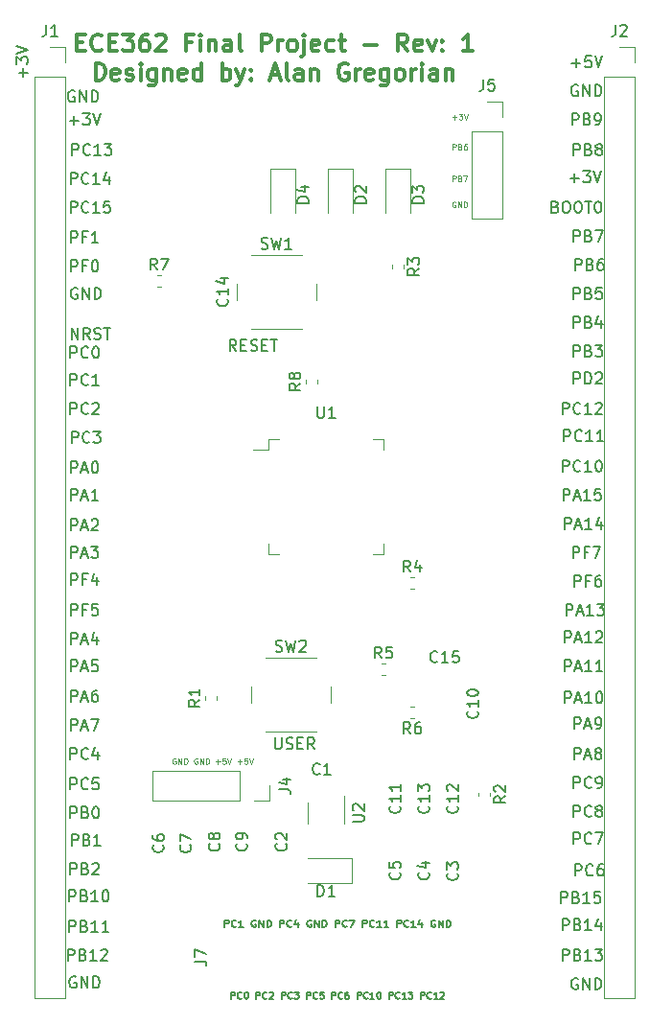
<source format=gto>
G04 #@! TF.GenerationSoftware,KiCad,Pcbnew,(5.1.0)-1*
G04 #@! TF.CreationDate,2019-03-31T01:00:59-04:00*
G04 #@! TF.ProjectId,MiniProjectBoardProject,4d696e69-5072-46f6-9a65-6374426f6172,rev?*
G04 #@! TF.SameCoordinates,Original*
G04 #@! TF.FileFunction,Legend,Top*
G04 #@! TF.FilePolarity,Positive*
%FSLAX46Y46*%
G04 Gerber Fmt 4.6, Leading zero omitted, Abs format (unit mm)*
G04 Created by KiCad (PCBNEW (5.1.0)-1) date 2019-03-31 01:00:59*
%MOMM*%
%LPD*%
G04 APERTURE LIST*
%ADD10C,0.125000*%
%ADD11C,0.150000*%
%ADD12C,0.300000*%
%ADD13C,0.120000*%
G04 APERTURE END LIST*
D10*
X122166142Y-63535714D02*
X122547095Y-63535714D01*
X122356619Y-63726190D02*
X122356619Y-63345238D01*
X122737571Y-63226190D02*
X123047095Y-63226190D01*
X122880428Y-63416666D01*
X122951857Y-63416666D01*
X122999476Y-63440476D01*
X123023285Y-63464285D01*
X123047095Y-63511904D01*
X123047095Y-63630952D01*
X123023285Y-63678571D01*
X122999476Y-63702380D01*
X122951857Y-63726190D01*
X122809000Y-63726190D01*
X122761380Y-63702380D01*
X122737571Y-63678571D01*
X123189952Y-63226190D02*
X123356619Y-63726190D01*
X123523285Y-63226190D01*
X122189952Y-66393190D02*
X122189952Y-65893190D01*
X122380428Y-65893190D01*
X122428047Y-65917000D01*
X122451857Y-65940809D01*
X122475666Y-65988428D01*
X122475666Y-66059857D01*
X122451857Y-66107476D01*
X122428047Y-66131285D01*
X122380428Y-66155095D01*
X122189952Y-66155095D01*
X122856619Y-66131285D02*
X122928047Y-66155095D01*
X122951857Y-66178904D01*
X122975666Y-66226523D01*
X122975666Y-66297952D01*
X122951857Y-66345571D01*
X122928047Y-66369380D01*
X122880428Y-66393190D01*
X122689952Y-66393190D01*
X122689952Y-65893190D01*
X122856619Y-65893190D01*
X122904238Y-65917000D01*
X122928047Y-65940809D01*
X122951857Y-65988428D01*
X122951857Y-66036047D01*
X122928047Y-66083666D01*
X122904238Y-66107476D01*
X122856619Y-66131285D01*
X122689952Y-66131285D01*
X123404238Y-65893190D02*
X123309000Y-65893190D01*
X123261380Y-65917000D01*
X123237571Y-65940809D01*
X123189952Y-66012238D01*
X123166142Y-66107476D01*
X123166142Y-66297952D01*
X123189952Y-66345571D01*
X123213761Y-66369380D01*
X123261380Y-66393190D01*
X123356619Y-66393190D01*
X123404238Y-66369380D01*
X123428047Y-66345571D01*
X123451857Y-66297952D01*
X123451857Y-66178904D01*
X123428047Y-66131285D01*
X123404238Y-66107476D01*
X123356619Y-66083666D01*
X123261380Y-66083666D01*
X123213761Y-66107476D01*
X123189952Y-66131285D01*
X123166142Y-66178904D01*
X122189952Y-69187190D02*
X122189952Y-68687190D01*
X122380428Y-68687190D01*
X122428047Y-68711000D01*
X122451857Y-68734809D01*
X122475666Y-68782428D01*
X122475666Y-68853857D01*
X122451857Y-68901476D01*
X122428047Y-68925285D01*
X122380428Y-68949095D01*
X122189952Y-68949095D01*
X122856619Y-68925285D02*
X122928047Y-68949095D01*
X122951857Y-68972904D01*
X122975666Y-69020523D01*
X122975666Y-69091952D01*
X122951857Y-69139571D01*
X122928047Y-69163380D01*
X122880428Y-69187190D01*
X122689952Y-69187190D01*
X122689952Y-68687190D01*
X122856619Y-68687190D01*
X122904238Y-68711000D01*
X122928047Y-68734809D01*
X122951857Y-68782428D01*
X122951857Y-68830047D01*
X122928047Y-68877666D01*
X122904238Y-68901476D01*
X122856619Y-68925285D01*
X122689952Y-68925285D01*
X123142333Y-68687190D02*
X123475666Y-68687190D01*
X123261380Y-69187190D01*
X122428047Y-70997000D02*
X122380428Y-70973190D01*
X122309000Y-70973190D01*
X122237571Y-70997000D01*
X122189952Y-71044619D01*
X122166142Y-71092238D01*
X122142333Y-71187476D01*
X122142333Y-71258904D01*
X122166142Y-71354142D01*
X122189952Y-71401761D01*
X122237571Y-71449380D01*
X122309000Y-71473190D01*
X122356619Y-71473190D01*
X122428047Y-71449380D01*
X122451857Y-71425571D01*
X122451857Y-71258904D01*
X122356619Y-71258904D01*
X122666142Y-71473190D02*
X122666142Y-70973190D01*
X122951857Y-71473190D01*
X122951857Y-70973190D01*
X123189952Y-71473190D02*
X123189952Y-70973190D01*
X123309000Y-70973190D01*
X123380428Y-70997000D01*
X123428047Y-71044619D01*
X123451857Y-71092238D01*
X123475666Y-71187476D01*
X123475666Y-71258904D01*
X123451857Y-71354142D01*
X123428047Y-71401761D01*
X123380428Y-71449380D01*
X123309000Y-71473190D01*
X123189952Y-71473190D01*
D11*
X106489714Y-118324380D02*
X106489714Y-119133904D01*
X106537333Y-119229142D01*
X106584952Y-119276761D01*
X106680190Y-119324380D01*
X106870666Y-119324380D01*
X106965904Y-119276761D01*
X107013523Y-119229142D01*
X107061142Y-119133904D01*
X107061142Y-118324380D01*
X107489714Y-119276761D02*
X107632571Y-119324380D01*
X107870666Y-119324380D01*
X107965904Y-119276761D01*
X108013523Y-119229142D01*
X108061142Y-119133904D01*
X108061142Y-119038666D01*
X108013523Y-118943428D01*
X107965904Y-118895809D01*
X107870666Y-118848190D01*
X107680190Y-118800571D01*
X107584952Y-118752952D01*
X107537333Y-118705333D01*
X107489714Y-118610095D01*
X107489714Y-118514857D01*
X107537333Y-118419619D01*
X107584952Y-118372000D01*
X107680190Y-118324380D01*
X107918285Y-118324380D01*
X108061142Y-118372000D01*
X108489714Y-118800571D02*
X108823047Y-118800571D01*
X108965904Y-119324380D02*
X108489714Y-119324380D01*
X108489714Y-118324380D01*
X108965904Y-118324380D01*
X109965904Y-119324380D02*
X109632571Y-118848190D01*
X109394476Y-119324380D02*
X109394476Y-118324380D01*
X109775428Y-118324380D01*
X109870666Y-118372000D01*
X109918285Y-118419619D01*
X109965904Y-118514857D01*
X109965904Y-118657714D01*
X109918285Y-118752952D01*
X109870666Y-118800571D01*
X109775428Y-118848190D01*
X109394476Y-118848190D01*
X103068619Y-84145380D02*
X102735285Y-83669190D01*
X102497190Y-84145380D02*
X102497190Y-83145380D01*
X102878142Y-83145380D01*
X102973380Y-83193000D01*
X103021000Y-83240619D01*
X103068619Y-83335857D01*
X103068619Y-83478714D01*
X103021000Y-83573952D01*
X102973380Y-83621571D01*
X102878142Y-83669190D01*
X102497190Y-83669190D01*
X103497190Y-83621571D02*
X103830523Y-83621571D01*
X103973380Y-84145380D02*
X103497190Y-84145380D01*
X103497190Y-83145380D01*
X103973380Y-83145380D01*
X104354333Y-84097761D02*
X104497190Y-84145380D01*
X104735285Y-84145380D01*
X104830523Y-84097761D01*
X104878142Y-84050142D01*
X104925761Y-83954904D01*
X104925761Y-83859666D01*
X104878142Y-83764428D01*
X104830523Y-83716809D01*
X104735285Y-83669190D01*
X104544809Y-83621571D01*
X104449571Y-83573952D01*
X104401952Y-83526333D01*
X104354333Y-83431095D01*
X104354333Y-83335857D01*
X104401952Y-83240619D01*
X104449571Y-83193000D01*
X104544809Y-83145380D01*
X104782904Y-83145380D01*
X104925761Y-83193000D01*
X105354333Y-83621571D02*
X105687666Y-83621571D01*
X105830523Y-84145380D02*
X105354333Y-84145380D01*
X105354333Y-83145380D01*
X105830523Y-83145380D01*
X106116238Y-83145380D02*
X106687666Y-83145380D01*
X106401952Y-84145380D02*
X106401952Y-83145380D01*
X102047333Y-135018428D02*
X102047333Y-134418428D01*
X102294952Y-134418428D01*
X102356857Y-134447000D01*
X102387809Y-134475571D01*
X102418761Y-134532714D01*
X102418761Y-134618428D01*
X102387809Y-134675571D01*
X102356857Y-134704142D01*
X102294952Y-134732714D01*
X102047333Y-134732714D01*
X103068761Y-134961285D02*
X103037809Y-134989857D01*
X102944952Y-135018428D01*
X102883047Y-135018428D01*
X102790190Y-134989857D01*
X102728285Y-134932714D01*
X102697333Y-134875571D01*
X102666380Y-134761285D01*
X102666380Y-134675571D01*
X102697333Y-134561285D01*
X102728285Y-134504142D01*
X102790190Y-134447000D01*
X102883047Y-134418428D01*
X102944952Y-134418428D01*
X103037809Y-134447000D01*
X103068761Y-134475571D01*
X103687809Y-135018428D02*
X103316380Y-135018428D01*
X103502095Y-135018428D02*
X103502095Y-134418428D01*
X103440190Y-134504142D01*
X103378285Y-134561285D01*
X103316380Y-134589857D01*
X104802095Y-134447000D02*
X104740190Y-134418428D01*
X104647333Y-134418428D01*
X104554476Y-134447000D01*
X104492571Y-134504142D01*
X104461619Y-134561285D01*
X104430666Y-134675571D01*
X104430666Y-134761285D01*
X104461619Y-134875571D01*
X104492571Y-134932714D01*
X104554476Y-134989857D01*
X104647333Y-135018428D01*
X104709238Y-135018428D01*
X104802095Y-134989857D01*
X104833047Y-134961285D01*
X104833047Y-134761285D01*
X104709238Y-134761285D01*
X105111619Y-135018428D02*
X105111619Y-134418428D01*
X105483047Y-135018428D01*
X105483047Y-134418428D01*
X105792571Y-135018428D02*
X105792571Y-134418428D01*
X105947333Y-134418428D01*
X106040190Y-134447000D01*
X106102095Y-134504142D01*
X106133047Y-134561285D01*
X106164000Y-134675571D01*
X106164000Y-134761285D01*
X106133047Y-134875571D01*
X106102095Y-134932714D01*
X106040190Y-134989857D01*
X105947333Y-135018428D01*
X105792571Y-135018428D01*
X106937809Y-135018428D02*
X106937809Y-134418428D01*
X107185428Y-134418428D01*
X107247333Y-134447000D01*
X107278285Y-134475571D01*
X107309238Y-134532714D01*
X107309238Y-134618428D01*
X107278285Y-134675571D01*
X107247333Y-134704142D01*
X107185428Y-134732714D01*
X106937809Y-134732714D01*
X107959238Y-134961285D02*
X107928285Y-134989857D01*
X107835428Y-135018428D01*
X107773523Y-135018428D01*
X107680666Y-134989857D01*
X107618761Y-134932714D01*
X107587809Y-134875571D01*
X107556857Y-134761285D01*
X107556857Y-134675571D01*
X107587809Y-134561285D01*
X107618761Y-134504142D01*
X107680666Y-134447000D01*
X107773523Y-134418428D01*
X107835428Y-134418428D01*
X107928285Y-134447000D01*
X107959238Y-134475571D01*
X108516380Y-134618428D02*
X108516380Y-135018428D01*
X108361619Y-134389857D02*
X108206857Y-134818428D01*
X108609238Y-134818428D01*
X109692571Y-134447000D02*
X109630666Y-134418428D01*
X109537809Y-134418428D01*
X109444952Y-134447000D01*
X109383047Y-134504142D01*
X109352095Y-134561285D01*
X109321142Y-134675571D01*
X109321142Y-134761285D01*
X109352095Y-134875571D01*
X109383047Y-134932714D01*
X109444952Y-134989857D01*
X109537809Y-135018428D01*
X109599714Y-135018428D01*
X109692571Y-134989857D01*
X109723523Y-134961285D01*
X109723523Y-134761285D01*
X109599714Y-134761285D01*
X110002095Y-135018428D02*
X110002095Y-134418428D01*
X110373523Y-135018428D01*
X110373523Y-134418428D01*
X110683047Y-135018428D02*
X110683047Y-134418428D01*
X110837809Y-134418428D01*
X110930666Y-134447000D01*
X110992571Y-134504142D01*
X111023523Y-134561285D01*
X111054476Y-134675571D01*
X111054476Y-134761285D01*
X111023523Y-134875571D01*
X110992571Y-134932714D01*
X110930666Y-134989857D01*
X110837809Y-135018428D01*
X110683047Y-135018428D01*
X111828285Y-135018428D02*
X111828285Y-134418428D01*
X112075904Y-134418428D01*
X112137809Y-134447000D01*
X112168761Y-134475571D01*
X112199714Y-134532714D01*
X112199714Y-134618428D01*
X112168761Y-134675571D01*
X112137809Y-134704142D01*
X112075904Y-134732714D01*
X111828285Y-134732714D01*
X112849714Y-134961285D02*
X112818761Y-134989857D01*
X112725904Y-135018428D01*
X112664000Y-135018428D01*
X112571142Y-134989857D01*
X112509238Y-134932714D01*
X112478285Y-134875571D01*
X112447333Y-134761285D01*
X112447333Y-134675571D01*
X112478285Y-134561285D01*
X112509238Y-134504142D01*
X112571142Y-134447000D01*
X112664000Y-134418428D01*
X112725904Y-134418428D01*
X112818761Y-134447000D01*
X112849714Y-134475571D01*
X113066380Y-134418428D02*
X113499714Y-134418428D01*
X113221142Y-135018428D01*
X114242571Y-135018428D02*
X114242571Y-134418428D01*
X114490190Y-134418428D01*
X114552095Y-134447000D01*
X114583047Y-134475571D01*
X114614000Y-134532714D01*
X114614000Y-134618428D01*
X114583047Y-134675571D01*
X114552095Y-134704142D01*
X114490190Y-134732714D01*
X114242571Y-134732714D01*
X115264000Y-134961285D02*
X115233047Y-134989857D01*
X115140190Y-135018428D01*
X115078285Y-135018428D01*
X114985428Y-134989857D01*
X114923523Y-134932714D01*
X114892571Y-134875571D01*
X114861619Y-134761285D01*
X114861619Y-134675571D01*
X114892571Y-134561285D01*
X114923523Y-134504142D01*
X114985428Y-134447000D01*
X115078285Y-134418428D01*
X115140190Y-134418428D01*
X115233047Y-134447000D01*
X115264000Y-134475571D01*
X115883047Y-135018428D02*
X115511619Y-135018428D01*
X115697333Y-135018428D02*
X115697333Y-134418428D01*
X115635428Y-134504142D01*
X115573523Y-134561285D01*
X115511619Y-134589857D01*
X116502095Y-135018428D02*
X116130666Y-135018428D01*
X116316380Y-135018428D02*
X116316380Y-134418428D01*
X116254476Y-134504142D01*
X116192571Y-134561285D01*
X116130666Y-134589857D01*
X117275904Y-135018428D02*
X117275904Y-134418428D01*
X117523523Y-134418428D01*
X117585428Y-134447000D01*
X117616380Y-134475571D01*
X117647333Y-134532714D01*
X117647333Y-134618428D01*
X117616380Y-134675571D01*
X117585428Y-134704142D01*
X117523523Y-134732714D01*
X117275904Y-134732714D01*
X118297333Y-134961285D02*
X118266380Y-134989857D01*
X118173523Y-135018428D01*
X118111619Y-135018428D01*
X118018761Y-134989857D01*
X117956857Y-134932714D01*
X117925904Y-134875571D01*
X117894952Y-134761285D01*
X117894952Y-134675571D01*
X117925904Y-134561285D01*
X117956857Y-134504142D01*
X118018761Y-134447000D01*
X118111619Y-134418428D01*
X118173523Y-134418428D01*
X118266380Y-134447000D01*
X118297333Y-134475571D01*
X118916380Y-135018428D02*
X118544952Y-135018428D01*
X118730666Y-135018428D02*
X118730666Y-134418428D01*
X118668761Y-134504142D01*
X118606857Y-134561285D01*
X118544952Y-134589857D01*
X119473523Y-134618428D02*
X119473523Y-135018428D01*
X119318761Y-134389857D02*
X119164000Y-134818428D01*
X119566380Y-134818428D01*
X120649714Y-134447000D02*
X120587809Y-134418428D01*
X120494952Y-134418428D01*
X120402095Y-134447000D01*
X120340190Y-134504142D01*
X120309238Y-134561285D01*
X120278285Y-134675571D01*
X120278285Y-134761285D01*
X120309238Y-134875571D01*
X120340190Y-134932714D01*
X120402095Y-134989857D01*
X120494952Y-135018428D01*
X120556857Y-135018428D01*
X120649714Y-134989857D01*
X120680666Y-134961285D01*
X120680666Y-134761285D01*
X120556857Y-134761285D01*
X120959238Y-135018428D02*
X120959238Y-134418428D01*
X121330666Y-135018428D01*
X121330666Y-134418428D01*
X121640190Y-135018428D02*
X121640190Y-134418428D01*
X121794952Y-134418428D01*
X121887809Y-134447000D01*
X121949714Y-134504142D01*
X121980666Y-134561285D01*
X122011619Y-134675571D01*
X122011619Y-134761285D01*
X121980666Y-134875571D01*
X121949714Y-134932714D01*
X121887809Y-134989857D01*
X121794952Y-135018428D01*
X121640190Y-135018428D01*
X102614000Y-141368428D02*
X102614000Y-140768428D01*
X102842571Y-140768428D01*
X102899714Y-140797000D01*
X102928285Y-140825571D01*
X102956857Y-140882714D01*
X102956857Y-140968428D01*
X102928285Y-141025571D01*
X102899714Y-141054142D01*
X102842571Y-141082714D01*
X102614000Y-141082714D01*
X103556857Y-141311285D02*
X103528285Y-141339857D01*
X103442571Y-141368428D01*
X103385428Y-141368428D01*
X103299714Y-141339857D01*
X103242571Y-141282714D01*
X103214000Y-141225571D01*
X103185428Y-141111285D01*
X103185428Y-141025571D01*
X103214000Y-140911285D01*
X103242571Y-140854142D01*
X103299714Y-140797000D01*
X103385428Y-140768428D01*
X103442571Y-140768428D01*
X103528285Y-140797000D01*
X103556857Y-140825571D01*
X103928285Y-140768428D02*
X103985428Y-140768428D01*
X104042571Y-140797000D01*
X104071142Y-140825571D01*
X104099714Y-140882714D01*
X104128285Y-140997000D01*
X104128285Y-141139857D01*
X104099714Y-141254142D01*
X104071142Y-141311285D01*
X104042571Y-141339857D01*
X103985428Y-141368428D01*
X103928285Y-141368428D01*
X103871142Y-141339857D01*
X103842571Y-141311285D01*
X103814000Y-141254142D01*
X103785428Y-141139857D01*
X103785428Y-140997000D01*
X103814000Y-140882714D01*
X103842571Y-140825571D01*
X103871142Y-140797000D01*
X103928285Y-140768428D01*
X104842571Y-141368428D02*
X104842571Y-140768428D01*
X105071142Y-140768428D01*
X105128285Y-140797000D01*
X105156857Y-140825571D01*
X105185428Y-140882714D01*
X105185428Y-140968428D01*
X105156857Y-141025571D01*
X105128285Y-141054142D01*
X105071142Y-141082714D01*
X104842571Y-141082714D01*
X105785428Y-141311285D02*
X105756857Y-141339857D01*
X105671142Y-141368428D01*
X105614000Y-141368428D01*
X105528285Y-141339857D01*
X105471142Y-141282714D01*
X105442571Y-141225571D01*
X105414000Y-141111285D01*
X105414000Y-141025571D01*
X105442571Y-140911285D01*
X105471142Y-140854142D01*
X105528285Y-140797000D01*
X105614000Y-140768428D01*
X105671142Y-140768428D01*
X105756857Y-140797000D01*
X105785428Y-140825571D01*
X106014000Y-140825571D02*
X106042571Y-140797000D01*
X106099714Y-140768428D01*
X106242571Y-140768428D01*
X106299714Y-140797000D01*
X106328285Y-140825571D01*
X106356857Y-140882714D01*
X106356857Y-140939857D01*
X106328285Y-141025571D01*
X105985428Y-141368428D01*
X106356857Y-141368428D01*
X107071142Y-141368428D02*
X107071142Y-140768428D01*
X107299714Y-140768428D01*
X107356857Y-140797000D01*
X107385428Y-140825571D01*
X107414000Y-140882714D01*
X107414000Y-140968428D01*
X107385428Y-141025571D01*
X107356857Y-141054142D01*
X107299714Y-141082714D01*
X107071142Y-141082714D01*
X108014000Y-141311285D02*
X107985428Y-141339857D01*
X107899714Y-141368428D01*
X107842571Y-141368428D01*
X107756857Y-141339857D01*
X107699714Y-141282714D01*
X107671142Y-141225571D01*
X107642571Y-141111285D01*
X107642571Y-141025571D01*
X107671142Y-140911285D01*
X107699714Y-140854142D01*
X107756857Y-140797000D01*
X107842571Y-140768428D01*
X107899714Y-140768428D01*
X107985428Y-140797000D01*
X108014000Y-140825571D01*
X108214000Y-140768428D02*
X108585428Y-140768428D01*
X108385428Y-140997000D01*
X108471142Y-140997000D01*
X108528285Y-141025571D01*
X108556857Y-141054142D01*
X108585428Y-141111285D01*
X108585428Y-141254142D01*
X108556857Y-141311285D01*
X108528285Y-141339857D01*
X108471142Y-141368428D01*
X108299714Y-141368428D01*
X108242571Y-141339857D01*
X108214000Y-141311285D01*
X109299714Y-141368428D02*
X109299714Y-140768428D01*
X109528285Y-140768428D01*
X109585428Y-140797000D01*
X109614000Y-140825571D01*
X109642571Y-140882714D01*
X109642571Y-140968428D01*
X109614000Y-141025571D01*
X109585428Y-141054142D01*
X109528285Y-141082714D01*
X109299714Y-141082714D01*
X110242571Y-141311285D02*
X110214000Y-141339857D01*
X110128285Y-141368428D01*
X110071142Y-141368428D01*
X109985428Y-141339857D01*
X109928285Y-141282714D01*
X109899714Y-141225571D01*
X109871142Y-141111285D01*
X109871142Y-141025571D01*
X109899714Y-140911285D01*
X109928285Y-140854142D01*
X109985428Y-140797000D01*
X110071142Y-140768428D01*
X110128285Y-140768428D01*
X110214000Y-140797000D01*
X110242571Y-140825571D01*
X110785428Y-140768428D02*
X110499714Y-140768428D01*
X110471142Y-141054142D01*
X110499714Y-141025571D01*
X110556857Y-140997000D01*
X110699714Y-140997000D01*
X110756857Y-141025571D01*
X110785428Y-141054142D01*
X110814000Y-141111285D01*
X110814000Y-141254142D01*
X110785428Y-141311285D01*
X110756857Y-141339857D01*
X110699714Y-141368428D01*
X110556857Y-141368428D01*
X110499714Y-141339857D01*
X110471142Y-141311285D01*
X111528285Y-141368428D02*
X111528285Y-140768428D01*
X111756857Y-140768428D01*
X111814000Y-140797000D01*
X111842571Y-140825571D01*
X111871142Y-140882714D01*
X111871142Y-140968428D01*
X111842571Y-141025571D01*
X111814000Y-141054142D01*
X111756857Y-141082714D01*
X111528285Y-141082714D01*
X112471142Y-141311285D02*
X112442571Y-141339857D01*
X112356857Y-141368428D01*
X112299714Y-141368428D01*
X112214000Y-141339857D01*
X112156857Y-141282714D01*
X112128285Y-141225571D01*
X112099714Y-141111285D01*
X112099714Y-141025571D01*
X112128285Y-140911285D01*
X112156857Y-140854142D01*
X112214000Y-140797000D01*
X112299714Y-140768428D01*
X112356857Y-140768428D01*
X112442571Y-140797000D01*
X112471142Y-140825571D01*
X112985428Y-140768428D02*
X112871142Y-140768428D01*
X112814000Y-140797000D01*
X112785428Y-140825571D01*
X112728285Y-140911285D01*
X112699714Y-141025571D01*
X112699714Y-141254142D01*
X112728285Y-141311285D01*
X112756857Y-141339857D01*
X112814000Y-141368428D01*
X112928285Y-141368428D01*
X112985428Y-141339857D01*
X113014000Y-141311285D01*
X113042571Y-141254142D01*
X113042571Y-141111285D01*
X113014000Y-141054142D01*
X112985428Y-141025571D01*
X112928285Y-140997000D01*
X112814000Y-140997000D01*
X112756857Y-141025571D01*
X112728285Y-141054142D01*
X112699714Y-141111285D01*
X113756857Y-141368428D02*
X113756857Y-140768428D01*
X113985428Y-140768428D01*
X114042571Y-140797000D01*
X114071142Y-140825571D01*
X114099714Y-140882714D01*
X114099714Y-140968428D01*
X114071142Y-141025571D01*
X114042571Y-141054142D01*
X113985428Y-141082714D01*
X113756857Y-141082714D01*
X114699714Y-141311285D02*
X114671142Y-141339857D01*
X114585428Y-141368428D01*
X114528285Y-141368428D01*
X114442571Y-141339857D01*
X114385428Y-141282714D01*
X114356857Y-141225571D01*
X114328285Y-141111285D01*
X114328285Y-141025571D01*
X114356857Y-140911285D01*
X114385428Y-140854142D01*
X114442571Y-140797000D01*
X114528285Y-140768428D01*
X114585428Y-140768428D01*
X114671142Y-140797000D01*
X114699714Y-140825571D01*
X115271142Y-141368428D02*
X114928285Y-141368428D01*
X115099714Y-141368428D02*
X115099714Y-140768428D01*
X115042571Y-140854142D01*
X114985428Y-140911285D01*
X114928285Y-140939857D01*
X115642571Y-140768428D02*
X115699714Y-140768428D01*
X115756857Y-140797000D01*
X115785428Y-140825571D01*
X115814000Y-140882714D01*
X115842571Y-140997000D01*
X115842571Y-141139857D01*
X115814000Y-141254142D01*
X115785428Y-141311285D01*
X115756857Y-141339857D01*
X115699714Y-141368428D01*
X115642571Y-141368428D01*
X115585428Y-141339857D01*
X115556857Y-141311285D01*
X115528285Y-141254142D01*
X115499714Y-141139857D01*
X115499714Y-140997000D01*
X115528285Y-140882714D01*
X115556857Y-140825571D01*
X115585428Y-140797000D01*
X115642571Y-140768428D01*
X116556857Y-141368428D02*
X116556857Y-140768428D01*
X116785428Y-140768428D01*
X116842571Y-140797000D01*
X116871142Y-140825571D01*
X116899714Y-140882714D01*
X116899714Y-140968428D01*
X116871142Y-141025571D01*
X116842571Y-141054142D01*
X116785428Y-141082714D01*
X116556857Y-141082714D01*
X117499714Y-141311285D02*
X117471142Y-141339857D01*
X117385428Y-141368428D01*
X117328285Y-141368428D01*
X117242571Y-141339857D01*
X117185428Y-141282714D01*
X117156857Y-141225571D01*
X117128285Y-141111285D01*
X117128285Y-141025571D01*
X117156857Y-140911285D01*
X117185428Y-140854142D01*
X117242571Y-140797000D01*
X117328285Y-140768428D01*
X117385428Y-140768428D01*
X117471142Y-140797000D01*
X117499714Y-140825571D01*
X118071142Y-141368428D02*
X117728285Y-141368428D01*
X117899714Y-141368428D02*
X117899714Y-140768428D01*
X117842571Y-140854142D01*
X117785428Y-140911285D01*
X117728285Y-140939857D01*
X118271142Y-140768428D02*
X118642571Y-140768428D01*
X118442571Y-140997000D01*
X118528285Y-140997000D01*
X118585428Y-141025571D01*
X118613999Y-141054142D01*
X118642571Y-141111285D01*
X118642571Y-141254142D01*
X118613999Y-141311285D01*
X118585428Y-141339857D01*
X118528285Y-141368428D01*
X118356857Y-141368428D01*
X118299714Y-141339857D01*
X118271142Y-141311285D01*
X119356857Y-141368428D02*
X119356857Y-140768428D01*
X119585428Y-140768428D01*
X119642571Y-140797000D01*
X119671142Y-140825571D01*
X119699714Y-140882714D01*
X119699714Y-140968428D01*
X119671142Y-141025571D01*
X119642571Y-141054142D01*
X119585428Y-141082714D01*
X119356857Y-141082714D01*
X120299714Y-141311285D02*
X120271142Y-141339857D01*
X120185428Y-141368428D01*
X120128285Y-141368428D01*
X120042571Y-141339857D01*
X119985428Y-141282714D01*
X119956857Y-141225571D01*
X119928285Y-141111285D01*
X119928285Y-141025571D01*
X119956857Y-140911285D01*
X119985428Y-140854142D01*
X120042571Y-140797000D01*
X120128285Y-140768428D01*
X120185428Y-140768428D01*
X120271142Y-140797000D01*
X120299714Y-140825571D01*
X120871142Y-141368428D02*
X120528285Y-141368428D01*
X120699714Y-141368428D02*
X120699714Y-140768428D01*
X120642571Y-140854142D01*
X120585428Y-140911285D01*
X120528285Y-140939857D01*
X121099714Y-140825571D02*
X121128285Y-140797000D01*
X121185428Y-140768428D01*
X121328285Y-140768428D01*
X121385428Y-140797000D01*
X121413999Y-140825571D01*
X121442571Y-140882714D01*
X121442571Y-140939857D01*
X121413999Y-141025571D01*
X121071142Y-141368428D01*
X121442571Y-141368428D01*
X84272428Y-59959714D02*
X84272428Y-59197809D01*
X84653380Y-59578761D02*
X83891476Y-59578761D01*
X83653380Y-58816857D02*
X83653380Y-58197809D01*
X84034333Y-58531142D01*
X84034333Y-58388285D01*
X84081952Y-58293047D01*
X84129571Y-58245428D01*
X84224809Y-58197809D01*
X84462904Y-58197809D01*
X84558142Y-58245428D01*
X84605761Y-58293047D01*
X84653380Y-58388285D01*
X84653380Y-58674000D01*
X84605761Y-58769238D01*
X84558142Y-58816857D01*
X83653380Y-57912095D02*
X84653380Y-57578761D01*
X83653380Y-57245428D01*
X88773095Y-61222000D02*
X88677857Y-61174380D01*
X88535000Y-61174380D01*
X88392142Y-61222000D01*
X88296904Y-61317238D01*
X88249285Y-61412476D01*
X88201666Y-61602952D01*
X88201666Y-61745809D01*
X88249285Y-61936285D01*
X88296904Y-62031523D01*
X88392142Y-62126761D01*
X88535000Y-62174380D01*
X88630238Y-62174380D01*
X88773095Y-62126761D01*
X88820714Y-62079142D01*
X88820714Y-61745809D01*
X88630238Y-61745809D01*
X89249285Y-62174380D02*
X89249285Y-61174380D01*
X89820714Y-62174380D01*
X89820714Y-61174380D01*
X90296904Y-62174380D02*
X90296904Y-61174380D01*
X90535000Y-61174380D01*
X90677857Y-61222000D01*
X90773095Y-61317238D01*
X90820714Y-61412476D01*
X90868333Y-61602952D01*
X90868333Y-61745809D01*
X90820714Y-61936285D01*
X90773095Y-62031523D01*
X90677857Y-62126761D01*
X90535000Y-62174380D01*
X90296904Y-62174380D01*
X88376285Y-63825428D02*
X89138190Y-63825428D01*
X88757238Y-64206380D02*
X88757238Y-63444476D01*
X89519142Y-63206380D02*
X90138190Y-63206380D01*
X89804857Y-63587333D01*
X89947714Y-63587333D01*
X90042952Y-63634952D01*
X90090571Y-63682571D01*
X90138190Y-63777809D01*
X90138190Y-64015904D01*
X90090571Y-64111142D01*
X90042952Y-64158761D01*
X89947714Y-64206380D01*
X89662000Y-64206380D01*
X89566761Y-64158761D01*
X89519142Y-64111142D01*
X90423904Y-63206380D02*
X90757238Y-64206380D01*
X91090571Y-63206380D01*
X88582714Y-66873380D02*
X88582714Y-65873380D01*
X88963666Y-65873380D01*
X89058904Y-65921000D01*
X89106523Y-65968619D01*
X89154142Y-66063857D01*
X89154142Y-66206714D01*
X89106523Y-66301952D01*
X89058904Y-66349571D01*
X88963666Y-66397190D01*
X88582714Y-66397190D01*
X90154142Y-66778142D02*
X90106523Y-66825761D01*
X89963666Y-66873380D01*
X89868428Y-66873380D01*
X89725571Y-66825761D01*
X89630333Y-66730523D01*
X89582714Y-66635285D01*
X89535095Y-66444809D01*
X89535095Y-66301952D01*
X89582714Y-66111476D01*
X89630333Y-66016238D01*
X89725571Y-65921000D01*
X89868428Y-65873380D01*
X89963666Y-65873380D01*
X90106523Y-65921000D01*
X90154142Y-65968619D01*
X91106523Y-66873380D02*
X90535095Y-66873380D01*
X90820809Y-66873380D02*
X90820809Y-65873380D01*
X90725571Y-66016238D01*
X90630333Y-66111476D01*
X90535095Y-66159095D01*
X91439857Y-65873380D02*
X92058904Y-65873380D01*
X91725571Y-66254333D01*
X91868428Y-66254333D01*
X91963666Y-66301952D01*
X92011285Y-66349571D01*
X92058904Y-66444809D01*
X92058904Y-66682904D01*
X92011285Y-66778142D01*
X91963666Y-66825761D01*
X91868428Y-66873380D01*
X91582714Y-66873380D01*
X91487476Y-66825761D01*
X91439857Y-66778142D01*
X88455714Y-69413380D02*
X88455714Y-68413380D01*
X88836666Y-68413380D01*
X88931904Y-68461000D01*
X88979523Y-68508619D01*
X89027142Y-68603857D01*
X89027142Y-68746714D01*
X88979523Y-68841952D01*
X88931904Y-68889571D01*
X88836666Y-68937190D01*
X88455714Y-68937190D01*
X90027142Y-69318142D02*
X89979523Y-69365761D01*
X89836666Y-69413380D01*
X89741428Y-69413380D01*
X89598571Y-69365761D01*
X89503333Y-69270523D01*
X89455714Y-69175285D01*
X89408095Y-68984809D01*
X89408095Y-68841952D01*
X89455714Y-68651476D01*
X89503333Y-68556238D01*
X89598571Y-68461000D01*
X89741428Y-68413380D01*
X89836666Y-68413380D01*
X89979523Y-68461000D01*
X90027142Y-68508619D01*
X90979523Y-69413380D02*
X90408095Y-69413380D01*
X90693809Y-69413380D02*
X90693809Y-68413380D01*
X90598571Y-68556238D01*
X90503333Y-68651476D01*
X90408095Y-68699095D01*
X91836666Y-68746714D02*
X91836666Y-69413380D01*
X91598571Y-68365761D02*
X91360476Y-69080047D01*
X91979523Y-69080047D01*
X88455714Y-71953380D02*
X88455714Y-70953380D01*
X88836666Y-70953380D01*
X88931904Y-71001000D01*
X88979523Y-71048619D01*
X89027142Y-71143857D01*
X89027142Y-71286714D01*
X88979523Y-71381952D01*
X88931904Y-71429571D01*
X88836666Y-71477190D01*
X88455714Y-71477190D01*
X90027142Y-71858142D02*
X89979523Y-71905761D01*
X89836666Y-71953380D01*
X89741428Y-71953380D01*
X89598571Y-71905761D01*
X89503333Y-71810523D01*
X89455714Y-71715285D01*
X89408095Y-71524809D01*
X89408095Y-71381952D01*
X89455714Y-71191476D01*
X89503333Y-71096238D01*
X89598571Y-71001000D01*
X89741428Y-70953380D01*
X89836666Y-70953380D01*
X89979523Y-71001000D01*
X90027142Y-71048619D01*
X90979523Y-71953380D02*
X90408095Y-71953380D01*
X90693809Y-71953380D02*
X90693809Y-70953380D01*
X90598571Y-71096238D01*
X90503333Y-71191476D01*
X90408095Y-71239095D01*
X91884285Y-70953380D02*
X91408095Y-70953380D01*
X91360476Y-71429571D01*
X91408095Y-71381952D01*
X91503333Y-71334333D01*
X91741428Y-71334333D01*
X91836666Y-71381952D01*
X91884285Y-71429571D01*
X91931904Y-71524809D01*
X91931904Y-71762904D01*
X91884285Y-71858142D01*
X91836666Y-71905761D01*
X91741428Y-71953380D01*
X91503333Y-71953380D01*
X91408095Y-71905761D01*
X91360476Y-71858142D01*
X88495333Y-74620380D02*
X88495333Y-73620380D01*
X88876285Y-73620380D01*
X88971523Y-73668000D01*
X89019142Y-73715619D01*
X89066761Y-73810857D01*
X89066761Y-73953714D01*
X89019142Y-74048952D01*
X88971523Y-74096571D01*
X88876285Y-74144190D01*
X88495333Y-74144190D01*
X89828666Y-74096571D02*
X89495333Y-74096571D01*
X89495333Y-74620380D02*
X89495333Y-73620380D01*
X89971523Y-73620380D01*
X90876285Y-74620380D02*
X90304857Y-74620380D01*
X90590571Y-74620380D02*
X90590571Y-73620380D01*
X90495333Y-73763238D01*
X90400095Y-73858476D01*
X90304857Y-73906095D01*
X88495333Y-77160380D02*
X88495333Y-76160380D01*
X88876285Y-76160380D01*
X88971523Y-76208000D01*
X89019142Y-76255619D01*
X89066761Y-76350857D01*
X89066761Y-76493714D01*
X89019142Y-76588952D01*
X88971523Y-76636571D01*
X88876285Y-76684190D01*
X88495333Y-76684190D01*
X89828666Y-76636571D02*
X89495333Y-76636571D01*
X89495333Y-77160380D02*
X89495333Y-76160380D01*
X89971523Y-76160380D01*
X90542952Y-76160380D02*
X90638190Y-76160380D01*
X90733428Y-76208000D01*
X90781047Y-76255619D01*
X90828666Y-76350857D01*
X90876285Y-76541333D01*
X90876285Y-76779428D01*
X90828666Y-76969904D01*
X90781047Y-77065142D01*
X90733428Y-77112761D01*
X90638190Y-77160380D01*
X90542952Y-77160380D01*
X90447714Y-77112761D01*
X90400095Y-77065142D01*
X90352476Y-76969904D01*
X90304857Y-76779428D01*
X90304857Y-76541333D01*
X90352476Y-76350857D01*
X90400095Y-76255619D01*
X90447714Y-76208000D01*
X90542952Y-76160380D01*
X89027095Y-78621000D02*
X88931857Y-78573380D01*
X88789000Y-78573380D01*
X88646142Y-78621000D01*
X88550904Y-78716238D01*
X88503285Y-78811476D01*
X88455666Y-79001952D01*
X88455666Y-79144809D01*
X88503285Y-79335285D01*
X88550904Y-79430523D01*
X88646142Y-79525761D01*
X88789000Y-79573380D01*
X88884238Y-79573380D01*
X89027095Y-79525761D01*
X89074714Y-79478142D01*
X89074714Y-79144809D01*
X88884238Y-79144809D01*
X89503285Y-79573380D02*
X89503285Y-78573380D01*
X90074714Y-79573380D01*
X90074714Y-78573380D01*
X90550904Y-79573380D02*
X90550904Y-78573380D01*
X90789000Y-78573380D01*
X90931857Y-78621000D01*
X91027095Y-78716238D01*
X91074714Y-78811476D01*
X91122333Y-79001952D01*
X91122333Y-79144809D01*
X91074714Y-79335285D01*
X91027095Y-79430523D01*
X90931857Y-79525761D01*
X90789000Y-79573380D01*
X90550904Y-79573380D01*
X88527142Y-83129380D02*
X88527142Y-82129380D01*
X89098571Y-83129380D01*
X89098571Y-82129380D01*
X90146190Y-83129380D02*
X89812857Y-82653190D01*
X89574761Y-83129380D02*
X89574761Y-82129380D01*
X89955714Y-82129380D01*
X90050952Y-82177000D01*
X90098571Y-82224619D01*
X90146190Y-82319857D01*
X90146190Y-82462714D01*
X90098571Y-82557952D01*
X90050952Y-82605571D01*
X89955714Y-82653190D01*
X89574761Y-82653190D01*
X90527142Y-83081761D02*
X90670000Y-83129380D01*
X90908095Y-83129380D01*
X91003333Y-83081761D01*
X91050952Y-83034142D01*
X91098571Y-82938904D01*
X91098571Y-82843666D01*
X91050952Y-82748428D01*
X91003333Y-82700809D01*
X90908095Y-82653190D01*
X90717619Y-82605571D01*
X90622380Y-82557952D01*
X90574761Y-82510333D01*
X90527142Y-82415095D01*
X90527142Y-82319857D01*
X90574761Y-82224619D01*
X90622380Y-82177000D01*
X90717619Y-82129380D01*
X90955714Y-82129380D01*
X91098571Y-82177000D01*
X91384285Y-82129380D02*
X91955714Y-82129380D01*
X91670000Y-83129380D02*
X91670000Y-82129380D01*
X88423904Y-84780380D02*
X88423904Y-83780380D01*
X88804857Y-83780380D01*
X88900095Y-83828000D01*
X88947714Y-83875619D01*
X88995333Y-83970857D01*
X88995333Y-84113714D01*
X88947714Y-84208952D01*
X88900095Y-84256571D01*
X88804857Y-84304190D01*
X88423904Y-84304190D01*
X89995333Y-84685142D02*
X89947714Y-84732761D01*
X89804857Y-84780380D01*
X89709619Y-84780380D01*
X89566761Y-84732761D01*
X89471523Y-84637523D01*
X89423904Y-84542285D01*
X89376285Y-84351809D01*
X89376285Y-84208952D01*
X89423904Y-84018476D01*
X89471523Y-83923238D01*
X89566761Y-83828000D01*
X89709619Y-83780380D01*
X89804857Y-83780380D01*
X89947714Y-83828000D01*
X89995333Y-83875619D01*
X90614380Y-83780380D02*
X90709619Y-83780380D01*
X90804857Y-83828000D01*
X90852476Y-83875619D01*
X90900095Y-83970857D01*
X90947714Y-84161333D01*
X90947714Y-84399428D01*
X90900095Y-84589904D01*
X90852476Y-84685142D01*
X90804857Y-84732761D01*
X90709619Y-84780380D01*
X90614380Y-84780380D01*
X90519142Y-84732761D01*
X90471523Y-84685142D01*
X90423904Y-84589904D01*
X90376285Y-84399428D01*
X90376285Y-84161333D01*
X90423904Y-83970857D01*
X90471523Y-83875619D01*
X90519142Y-83828000D01*
X90614380Y-83780380D01*
X88423904Y-87193380D02*
X88423904Y-86193380D01*
X88804857Y-86193380D01*
X88900095Y-86241000D01*
X88947714Y-86288619D01*
X88995333Y-86383857D01*
X88995333Y-86526714D01*
X88947714Y-86621952D01*
X88900095Y-86669571D01*
X88804857Y-86717190D01*
X88423904Y-86717190D01*
X89995333Y-87098142D02*
X89947714Y-87145761D01*
X89804857Y-87193380D01*
X89709619Y-87193380D01*
X89566761Y-87145761D01*
X89471523Y-87050523D01*
X89423904Y-86955285D01*
X89376285Y-86764809D01*
X89376285Y-86621952D01*
X89423904Y-86431476D01*
X89471523Y-86336238D01*
X89566761Y-86241000D01*
X89709619Y-86193380D01*
X89804857Y-86193380D01*
X89947714Y-86241000D01*
X89995333Y-86288619D01*
X90947714Y-87193380D02*
X90376285Y-87193380D01*
X90662000Y-87193380D02*
X90662000Y-86193380D01*
X90566761Y-86336238D01*
X90471523Y-86431476D01*
X90376285Y-86479095D01*
X88423904Y-89733380D02*
X88423904Y-88733380D01*
X88804857Y-88733380D01*
X88900095Y-88781000D01*
X88947714Y-88828619D01*
X88995333Y-88923857D01*
X88995333Y-89066714D01*
X88947714Y-89161952D01*
X88900095Y-89209571D01*
X88804857Y-89257190D01*
X88423904Y-89257190D01*
X89995333Y-89638142D02*
X89947714Y-89685761D01*
X89804857Y-89733380D01*
X89709619Y-89733380D01*
X89566761Y-89685761D01*
X89471523Y-89590523D01*
X89423904Y-89495285D01*
X89376285Y-89304809D01*
X89376285Y-89161952D01*
X89423904Y-88971476D01*
X89471523Y-88876238D01*
X89566761Y-88781000D01*
X89709619Y-88733380D01*
X89804857Y-88733380D01*
X89947714Y-88781000D01*
X89995333Y-88828619D01*
X90376285Y-88828619D02*
X90423904Y-88781000D01*
X90519142Y-88733380D01*
X90757238Y-88733380D01*
X90852476Y-88781000D01*
X90900095Y-88828619D01*
X90947714Y-88923857D01*
X90947714Y-89019095D01*
X90900095Y-89161952D01*
X90328666Y-89733380D01*
X90947714Y-89733380D01*
X88550904Y-92273380D02*
X88550904Y-91273380D01*
X88931857Y-91273380D01*
X89027095Y-91321000D01*
X89074714Y-91368619D01*
X89122333Y-91463857D01*
X89122333Y-91606714D01*
X89074714Y-91701952D01*
X89027095Y-91749571D01*
X88931857Y-91797190D01*
X88550904Y-91797190D01*
X90122333Y-92178142D02*
X90074714Y-92225761D01*
X89931857Y-92273380D01*
X89836619Y-92273380D01*
X89693761Y-92225761D01*
X89598523Y-92130523D01*
X89550904Y-92035285D01*
X89503285Y-91844809D01*
X89503285Y-91701952D01*
X89550904Y-91511476D01*
X89598523Y-91416238D01*
X89693761Y-91321000D01*
X89836619Y-91273380D01*
X89931857Y-91273380D01*
X90074714Y-91321000D01*
X90122333Y-91368619D01*
X90455666Y-91273380D02*
X91074714Y-91273380D01*
X90741380Y-91654333D01*
X90884238Y-91654333D01*
X90979476Y-91701952D01*
X91027095Y-91749571D01*
X91074714Y-91844809D01*
X91074714Y-92082904D01*
X91027095Y-92178142D01*
X90979476Y-92225761D01*
X90884238Y-92273380D01*
X90598523Y-92273380D01*
X90503285Y-92225761D01*
X90455666Y-92178142D01*
X88495333Y-94940380D02*
X88495333Y-93940380D01*
X88876285Y-93940380D01*
X88971523Y-93988000D01*
X89019142Y-94035619D01*
X89066761Y-94130857D01*
X89066761Y-94273714D01*
X89019142Y-94368952D01*
X88971523Y-94416571D01*
X88876285Y-94464190D01*
X88495333Y-94464190D01*
X89447714Y-94654666D02*
X89923904Y-94654666D01*
X89352476Y-94940380D02*
X89685809Y-93940380D01*
X90019142Y-94940380D01*
X90542952Y-93940380D02*
X90638190Y-93940380D01*
X90733428Y-93988000D01*
X90781047Y-94035619D01*
X90828666Y-94130857D01*
X90876285Y-94321333D01*
X90876285Y-94559428D01*
X90828666Y-94749904D01*
X90781047Y-94845142D01*
X90733428Y-94892761D01*
X90638190Y-94940380D01*
X90542952Y-94940380D01*
X90447714Y-94892761D01*
X90400095Y-94845142D01*
X90352476Y-94749904D01*
X90304857Y-94559428D01*
X90304857Y-94321333D01*
X90352476Y-94130857D01*
X90400095Y-94035619D01*
X90447714Y-93988000D01*
X90542952Y-93940380D01*
X88495333Y-97353380D02*
X88495333Y-96353380D01*
X88876285Y-96353380D01*
X88971523Y-96401000D01*
X89019142Y-96448619D01*
X89066761Y-96543857D01*
X89066761Y-96686714D01*
X89019142Y-96781952D01*
X88971523Y-96829571D01*
X88876285Y-96877190D01*
X88495333Y-96877190D01*
X89447714Y-97067666D02*
X89923904Y-97067666D01*
X89352476Y-97353380D02*
X89685809Y-96353380D01*
X90019142Y-97353380D01*
X90876285Y-97353380D02*
X90304857Y-97353380D01*
X90590571Y-97353380D02*
X90590571Y-96353380D01*
X90495333Y-96496238D01*
X90400095Y-96591476D01*
X90304857Y-96639095D01*
X88495333Y-100020380D02*
X88495333Y-99020380D01*
X88876285Y-99020380D01*
X88971523Y-99068000D01*
X89019142Y-99115619D01*
X89066761Y-99210857D01*
X89066761Y-99353714D01*
X89019142Y-99448952D01*
X88971523Y-99496571D01*
X88876285Y-99544190D01*
X88495333Y-99544190D01*
X89447714Y-99734666D02*
X89923904Y-99734666D01*
X89352476Y-100020380D02*
X89685809Y-99020380D01*
X90019142Y-100020380D01*
X90304857Y-99115619D02*
X90352476Y-99068000D01*
X90447714Y-99020380D01*
X90685809Y-99020380D01*
X90781047Y-99068000D01*
X90828666Y-99115619D01*
X90876285Y-99210857D01*
X90876285Y-99306095D01*
X90828666Y-99448952D01*
X90257238Y-100020380D01*
X90876285Y-100020380D01*
X88495333Y-102433380D02*
X88495333Y-101433380D01*
X88876285Y-101433380D01*
X88971523Y-101481000D01*
X89019142Y-101528619D01*
X89066761Y-101623857D01*
X89066761Y-101766714D01*
X89019142Y-101861952D01*
X88971523Y-101909571D01*
X88876285Y-101957190D01*
X88495333Y-101957190D01*
X89447714Y-102147666D02*
X89923904Y-102147666D01*
X89352476Y-102433380D02*
X89685809Y-101433380D01*
X90019142Y-102433380D01*
X90257238Y-101433380D02*
X90876285Y-101433380D01*
X90542952Y-101814333D01*
X90685809Y-101814333D01*
X90781047Y-101861952D01*
X90828666Y-101909571D01*
X90876285Y-102004809D01*
X90876285Y-102242904D01*
X90828666Y-102338142D01*
X90781047Y-102385761D01*
X90685809Y-102433380D01*
X90400095Y-102433380D01*
X90304857Y-102385761D01*
X90257238Y-102338142D01*
X88495333Y-104846380D02*
X88495333Y-103846380D01*
X88876285Y-103846380D01*
X88971523Y-103894000D01*
X89019142Y-103941619D01*
X89066761Y-104036857D01*
X89066761Y-104179714D01*
X89019142Y-104274952D01*
X88971523Y-104322571D01*
X88876285Y-104370190D01*
X88495333Y-104370190D01*
X89828666Y-104322571D02*
X89495333Y-104322571D01*
X89495333Y-104846380D02*
X89495333Y-103846380D01*
X89971523Y-103846380D01*
X90781047Y-104179714D02*
X90781047Y-104846380D01*
X90542952Y-103798761D02*
X90304857Y-104513047D01*
X90923904Y-104513047D01*
X88495333Y-107513380D02*
X88495333Y-106513380D01*
X88876285Y-106513380D01*
X88971523Y-106561000D01*
X89019142Y-106608619D01*
X89066761Y-106703857D01*
X89066761Y-106846714D01*
X89019142Y-106941952D01*
X88971523Y-106989571D01*
X88876285Y-107037190D01*
X88495333Y-107037190D01*
X89828666Y-106989571D02*
X89495333Y-106989571D01*
X89495333Y-107513380D02*
X89495333Y-106513380D01*
X89971523Y-106513380D01*
X90828666Y-106513380D02*
X90352476Y-106513380D01*
X90304857Y-106989571D01*
X90352476Y-106941952D01*
X90447714Y-106894333D01*
X90685809Y-106894333D01*
X90781047Y-106941952D01*
X90828666Y-106989571D01*
X90876285Y-107084809D01*
X90876285Y-107322904D01*
X90828666Y-107418142D01*
X90781047Y-107465761D01*
X90685809Y-107513380D01*
X90447714Y-107513380D01*
X90352476Y-107465761D01*
X90304857Y-107418142D01*
X88495333Y-110053380D02*
X88495333Y-109053380D01*
X88876285Y-109053380D01*
X88971523Y-109101000D01*
X89019142Y-109148619D01*
X89066761Y-109243857D01*
X89066761Y-109386714D01*
X89019142Y-109481952D01*
X88971523Y-109529571D01*
X88876285Y-109577190D01*
X88495333Y-109577190D01*
X89447714Y-109767666D02*
X89923904Y-109767666D01*
X89352476Y-110053380D02*
X89685809Y-109053380D01*
X90019142Y-110053380D01*
X90781047Y-109386714D02*
X90781047Y-110053380D01*
X90542952Y-109005761D02*
X90304857Y-109720047D01*
X90923904Y-109720047D01*
X88495333Y-112466380D02*
X88495333Y-111466380D01*
X88876285Y-111466380D01*
X88971523Y-111514000D01*
X89019142Y-111561619D01*
X89066761Y-111656857D01*
X89066761Y-111799714D01*
X89019142Y-111894952D01*
X88971523Y-111942571D01*
X88876285Y-111990190D01*
X88495333Y-111990190D01*
X89447714Y-112180666D02*
X89923904Y-112180666D01*
X89352476Y-112466380D02*
X89685809Y-111466380D01*
X90019142Y-112466380D01*
X90828666Y-111466380D02*
X90352476Y-111466380D01*
X90304857Y-111942571D01*
X90352476Y-111894952D01*
X90447714Y-111847333D01*
X90685809Y-111847333D01*
X90781047Y-111894952D01*
X90828666Y-111942571D01*
X90876285Y-112037809D01*
X90876285Y-112275904D01*
X90828666Y-112371142D01*
X90781047Y-112418761D01*
X90685809Y-112466380D01*
X90447714Y-112466380D01*
X90352476Y-112418761D01*
X90304857Y-112371142D01*
X88495333Y-115133380D02*
X88495333Y-114133380D01*
X88876285Y-114133380D01*
X88971523Y-114181000D01*
X89019142Y-114228619D01*
X89066761Y-114323857D01*
X89066761Y-114466714D01*
X89019142Y-114561952D01*
X88971523Y-114609571D01*
X88876285Y-114657190D01*
X88495333Y-114657190D01*
X89447714Y-114847666D02*
X89923904Y-114847666D01*
X89352476Y-115133380D02*
X89685809Y-114133380D01*
X90019142Y-115133380D01*
X90781047Y-114133380D02*
X90590571Y-114133380D01*
X90495333Y-114181000D01*
X90447714Y-114228619D01*
X90352476Y-114371476D01*
X90304857Y-114561952D01*
X90304857Y-114942904D01*
X90352476Y-115038142D01*
X90400095Y-115085761D01*
X90495333Y-115133380D01*
X90685809Y-115133380D01*
X90781047Y-115085761D01*
X90828666Y-115038142D01*
X90876285Y-114942904D01*
X90876285Y-114704809D01*
X90828666Y-114609571D01*
X90781047Y-114561952D01*
X90685809Y-114514333D01*
X90495333Y-114514333D01*
X90400095Y-114561952D01*
X90352476Y-114609571D01*
X90304857Y-114704809D01*
X88495333Y-117673380D02*
X88495333Y-116673380D01*
X88876285Y-116673380D01*
X88971523Y-116721000D01*
X89019142Y-116768619D01*
X89066761Y-116863857D01*
X89066761Y-117006714D01*
X89019142Y-117101952D01*
X88971523Y-117149571D01*
X88876285Y-117197190D01*
X88495333Y-117197190D01*
X89447714Y-117387666D02*
X89923904Y-117387666D01*
X89352476Y-117673380D02*
X89685809Y-116673380D01*
X90019142Y-117673380D01*
X90257238Y-116673380D02*
X90923904Y-116673380D01*
X90495333Y-117673380D01*
X88423904Y-120213380D02*
X88423904Y-119213380D01*
X88804857Y-119213380D01*
X88900095Y-119261000D01*
X88947714Y-119308619D01*
X88995333Y-119403857D01*
X88995333Y-119546714D01*
X88947714Y-119641952D01*
X88900095Y-119689571D01*
X88804857Y-119737190D01*
X88423904Y-119737190D01*
X89995333Y-120118142D02*
X89947714Y-120165761D01*
X89804857Y-120213380D01*
X89709619Y-120213380D01*
X89566761Y-120165761D01*
X89471523Y-120070523D01*
X89423904Y-119975285D01*
X89376285Y-119784809D01*
X89376285Y-119641952D01*
X89423904Y-119451476D01*
X89471523Y-119356238D01*
X89566761Y-119261000D01*
X89709619Y-119213380D01*
X89804857Y-119213380D01*
X89947714Y-119261000D01*
X89995333Y-119308619D01*
X90852476Y-119546714D02*
X90852476Y-120213380D01*
X90614380Y-119165761D02*
X90376285Y-119880047D01*
X90995333Y-119880047D01*
X88423904Y-122880380D02*
X88423904Y-121880380D01*
X88804857Y-121880380D01*
X88900095Y-121928000D01*
X88947714Y-121975619D01*
X88995333Y-122070857D01*
X88995333Y-122213714D01*
X88947714Y-122308952D01*
X88900095Y-122356571D01*
X88804857Y-122404190D01*
X88423904Y-122404190D01*
X89995333Y-122785142D02*
X89947714Y-122832761D01*
X89804857Y-122880380D01*
X89709619Y-122880380D01*
X89566761Y-122832761D01*
X89471523Y-122737523D01*
X89423904Y-122642285D01*
X89376285Y-122451809D01*
X89376285Y-122308952D01*
X89423904Y-122118476D01*
X89471523Y-122023238D01*
X89566761Y-121928000D01*
X89709619Y-121880380D01*
X89804857Y-121880380D01*
X89947714Y-121928000D01*
X89995333Y-121975619D01*
X90900095Y-121880380D02*
X90423904Y-121880380D01*
X90376285Y-122356571D01*
X90423904Y-122308952D01*
X90519142Y-122261333D01*
X90757238Y-122261333D01*
X90852476Y-122308952D01*
X90900095Y-122356571D01*
X90947714Y-122451809D01*
X90947714Y-122689904D01*
X90900095Y-122785142D01*
X90852476Y-122832761D01*
X90757238Y-122880380D01*
X90519142Y-122880380D01*
X90423904Y-122832761D01*
X90376285Y-122785142D01*
X88423904Y-125420380D02*
X88423904Y-124420380D01*
X88804857Y-124420380D01*
X88900095Y-124468000D01*
X88947714Y-124515619D01*
X88995333Y-124610857D01*
X88995333Y-124753714D01*
X88947714Y-124848952D01*
X88900095Y-124896571D01*
X88804857Y-124944190D01*
X88423904Y-124944190D01*
X89757238Y-124896571D02*
X89900095Y-124944190D01*
X89947714Y-124991809D01*
X89995333Y-125087047D01*
X89995333Y-125229904D01*
X89947714Y-125325142D01*
X89900095Y-125372761D01*
X89804857Y-125420380D01*
X89423904Y-125420380D01*
X89423904Y-124420380D01*
X89757238Y-124420380D01*
X89852476Y-124468000D01*
X89900095Y-124515619D01*
X89947714Y-124610857D01*
X89947714Y-124706095D01*
X89900095Y-124801333D01*
X89852476Y-124848952D01*
X89757238Y-124896571D01*
X89423904Y-124896571D01*
X90614380Y-124420380D02*
X90709619Y-124420380D01*
X90804857Y-124468000D01*
X90852476Y-124515619D01*
X90900095Y-124610857D01*
X90947714Y-124801333D01*
X90947714Y-125039428D01*
X90900095Y-125229904D01*
X90852476Y-125325142D01*
X90804857Y-125372761D01*
X90709619Y-125420380D01*
X90614380Y-125420380D01*
X90519142Y-125372761D01*
X90471523Y-125325142D01*
X90423904Y-125229904D01*
X90376285Y-125039428D01*
X90376285Y-124801333D01*
X90423904Y-124610857D01*
X90471523Y-124515619D01*
X90519142Y-124468000D01*
X90614380Y-124420380D01*
X88550904Y-127833380D02*
X88550904Y-126833380D01*
X88931857Y-126833380D01*
X89027095Y-126881000D01*
X89074714Y-126928619D01*
X89122333Y-127023857D01*
X89122333Y-127166714D01*
X89074714Y-127261952D01*
X89027095Y-127309571D01*
X88931857Y-127357190D01*
X88550904Y-127357190D01*
X89884238Y-127309571D02*
X90027095Y-127357190D01*
X90074714Y-127404809D01*
X90122333Y-127500047D01*
X90122333Y-127642904D01*
X90074714Y-127738142D01*
X90027095Y-127785761D01*
X89931857Y-127833380D01*
X89550904Y-127833380D01*
X89550904Y-126833380D01*
X89884238Y-126833380D01*
X89979476Y-126881000D01*
X90027095Y-126928619D01*
X90074714Y-127023857D01*
X90074714Y-127119095D01*
X90027095Y-127214333D01*
X89979476Y-127261952D01*
X89884238Y-127309571D01*
X89550904Y-127309571D01*
X91074714Y-127833380D02*
X90503285Y-127833380D01*
X90789000Y-127833380D02*
X90789000Y-126833380D01*
X90693761Y-126976238D01*
X90598523Y-127071476D01*
X90503285Y-127119095D01*
X88423904Y-130373380D02*
X88423904Y-129373380D01*
X88804857Y-129373380D01*
X88900095Y-129421000D01*
X88947714Y-129468619D01*
X88995333Y-129563857D01*
X88995333Y-129706714D01*
X88947714Y-129801952D01*
X88900095Y-129849571D01*
X88804857Y-129897190D01*
X88423904Y-129897190D01*
X89757238Y-129849571D02*
X89900095Y-129897190D01*
X89947714Y-129944809D01*
X89995333Y-130040047D01*
X89995333Y-130182904D01*
X89947714Y-130278142D01*
X89900095Y-130325761D01*
X89804857Y-130373380D01*
X89423904Y-130373380D01*
X89423904Y-129373380D01*
X89757238Y-129373380D01*
X89852476Y-129421000D01*
X89900095Y-129468619D01*
X89947714Y-129563857D01*
X89947714Y-129659095D01*
X89900095Y-129754333D01*
X89852476Y-129801952D01*
X89757238Y-129849571D01*
X89423904Y-129849571D01*
X90376285Y-129468619D02*
X90423904Y-129421000D01*
X90519142Y-129373380D01*
X90757238Y-129373380D01*
X90852476Y-129421000D01*
X90900095Y-129468619D01*
X90947714Y-129563857D01*
X90947714Y-129659095D01*
X90900095Y-129801952D01*
X90328666Y-130373380D01*
X90947714Y-130373380D01*
X88328714Y-132786380D02*
X88328714Y-131786380D01*
X88709666Y-131786380D01*
X88804904Y-131834000D01*
X88852523Y-131881619D01*
X88900142Y-131976857D01*
X88900142Y-132119714D01*
X88852523Y-132214952D01*
X88804904Y-132262571D01*
X88709666Y-132310190D01*
X88328714Y-132310190D01*
X89662047Y-132262571D02*
X89804904Y-132310190D01*
X89852523Y-132357809D01*
X89900142Y-132453047D01*
X89900142Y-132595904D01*
X89852523Y-132691142D01*
X89804904Y-132738761D01*
X89709666Y-132786380D01*
X89328714Y-132786380D01*
X89328714Y-131786380D01*
X89662047Y-131786380D01*
X89757285Y-131834000D01*
X89804904Y-131881619D01*
X89852523Y-131976857D01*
X89852523Y-132072095D01*
X89804904Y-132167333D01*
X89757285Y-132214952D01*
X89662047Y-132262571D01*
X89328714Y-132262571D01*
X90852523Y-132786380D02*
X90281095Y-132786380D01*
X90566809Y-132786380D02*
X90566809Y-131786380D01*
X90471571Y-131929238D01*
X90376333Y-132024476D01*
X90281095Y-132072095D01*
X91471571Y-131786380D02*
X91566809Y-131786380D01*
X91662047Y-131834000D01*
X91709666Y-131881619D01*
X91757285Y-131976857D01*
X91804904Y-132167333D01*
X91804904Y-132405428D01*
X91757285Y-132595904D01*
X91709666Y-132691142D01*
X91662047Y-132738761D01*
X91566809Y-132786380D01*
X91471571Y-132786380D01*
X91376333Y-132738761D01*
X91328714Y-132691142D01*
X91281095Y-132595904D01*
X91233476Y-132405428D01*
X91233476Y-132167333D01*
X91281095Y-131976857D01*
X91328714Y-131881619D01*
X91376333Y-131834000D01*
X91471571Y-131786380D01*
X88328714Y-135453380D02*
X88328714Y-134453380D01*
X88709666Y-134453380D01*
X88804904Y-134501000D01*
X88852523Y-134548619D01*
X88900142Y-134643857D01*
X88900142Y-134786714D01*
X88852523Y-134881952D01*
X88804904Y-134929571D01*
X88709666Y-134977190D01*
X88328714Y-134977190D01*
X89662047Y-134929571D02*
X89804904Y-134977190D01*
X89852523Y-135024809D01*
X89900142Y-135120047D01*
X89900142Y-135262904D01*
X89852523Y-135358142D01*
X89804904Y-135405761D01*
X89709666Y-135453380D01*
X89328714Y-135453380D01*
X89328714Y-134453380D01*
X89662047Y-134453380D01*
X89757285Y-134501000D01*
X89804904Y-134548619D01*
X89852523Y-134643857D01*
X89852523Y-134739095D01*
X89804904Y-134834333D01*
X89757285Y-134881952D01*
X89662047Y-134929571D01*
X89328714Y-134929571D01*
X90852523Y-135453380D02*
X90281095Y-135453380D01*
X90566809Y-135453380D02*
X90566809Y-134453380D01*
X90471571Y-134596238D01*
X90376333Y-134691476D01*
X90281095Y-134739095D01*
X91804904Y-135453380D02*
X91233476Y-135453380D01*
X91519190Y-135453380D02*
X91519190Y-134453380D01*
X91423952Y-134596238D01*
X91328714Y-134691476D01*
X91233476Y-134739095D01*
X88201714Y-137993380D02*
X88201714Y-136993380D01*
X88582666Y-136993380D01*
X88677904Y-137041000D01*
X88725523Y-137088619D01*
X88773142Y-137183857D01*
X88773142Y-137326714D01*
X88725523Y-137421952D01*
X88677904Y-137469571D01*
X88582666Y-137517190D01*
X88201714Y-137517190D01*
X89535047Y-137469571D02*
X89677904Y-137517190D01*
X89725523Y-137564809D01*
X89773142Y-137660047D01*
X89773142Y-137802904D01*
X89725523Y-137898142D01*
X89677904Y-137945761D01*
X89582666Y-137993380D01*
X89201714Y-137993380D01*
X89201714Y-136993380D01*
X89535047Y-136993380D01*
X89630285Y-137041000D01*
X89677904Y-137088619D01*
X89725523Y-137183857D01*
X89725523Y-137279095D01*
X89677904Y-137374333D01*
X89630285Y-137421952D01*
X89535047Y-137469571D01*
X89201714Y-137469571D01*
X90725523Y-137993380D02*
X90154095Y-137993380D01*
X90439809Y-137993380D02*
X90439809Y-136993380D01*
X90344571Y-137136238D01*
X90249333Y-137231476D01*
X90154095Y-137279095D01*
X91106476Y-137088619D02*
X91154095Y-137041000D01*
X91249333Y-136993380D01*
X91487428Y-136993380D01*
X91582666Y-137041000D01*
X91630285Y-137088619D01*
X91677904Y-137183857D01*
X91677904Y-137279095D01*
X91630285Y-137421952D01*
X91058857Y-137993380D01*
X91677904Y-137993380D01*
X88900095Y-139454000D02*
X88804857Y-139406380D01*
X88662000Y-139406380D01*
X88519142Y-139454000D01*
X88423904Y-139549238D01*
X88376285Y-139644476D01*
X88328666Y-139834952D01*
X88328666Y-139977809D01*
X88376285Y-140168285D01*
X88423904Y-140263523D01*
X88519142Y-140358761D01*
X88662000Y-140406380D01*
X88757238Y-140406380D01*
X88900095Y-140358761D01*
X88947714Y-140311142D01*
X88947714Y-139977809D01*
X88757238Y-139977809D01*
X89376285Y-140406380D02*
X89376285Y-139406380D01*
X89947714Y-140406380D01*
X89947714Y-139406380D01*
X90423904Y-140406380D02*
X90423904Y-139406380D01*
X90662000Y-139406380D01*
X90804857Y-139454000D01*
X90900095Y-139549238D01*
X90947714Y-139644476D01*
X90995333Y-139834952D01*
X90995333Y-139977809D01*
X90947714Y-140168285D01*
X90900095Y-140263523D01*
X90804857Y-140358761D01*
X90662000Y-140406380D01*
X90423904Y-140406380D01*
X132699285Y-58745428D02*
X133461190Y-58745428D01*
X133080238Y-59126380D02*
X133080238Y-58364476D01*
X134413571Y-58126380D02*
X133937380Y-58126380D01*
X133889761Y-58602571D01*
X133937380Y-58554952D01*
X134032619Y-58507333D01*
X134270714Y-58507333D01*
X134365952Y-58554952D01*
X134413571Y-58602571D01*
X134461190Y-58697809D01*
X134461190Y-58935904D01*
X134413571Y-59031142D01*
X134365952Y-59078761D01*
X134270714Y-59126380D01*
X134032619Y-59126380D01*
X133937380Y-59078761D01*
X133889761Y-59031142D01*
X134746904Y-58126380D02*
X135080238Y-59126380D01*
X135413571Y-58126380D01*
X133223095Y-60714000D02*
X133127857Y-60666380D01*
X132985000Y-60666380D01*
X132842142Y-60714000D01*
X132746904Y-60809238D01*
X132699285Y-60904476D01*
X132651666Y-61094952D01*
X132651666Y-61237809D01*
X132699285Y-61428285D01*
X132746904Y-61523523D01*
X132842142Y-61618761D01*
X132985000Y-61666380D01*
X133080238Y-61666380D01*
X133223095Y-61618761D01*
X133270714Y-61571142D01*
X133270714Y-61237809D01*
X133080238Y-61237809D01*
X133699285Y-61666380D02*
X133699285Y-60666380D01*
X134270714Y-61666380D01*
X134270714Y-60666380D01*
X134746904Y-61666380D02*
X134746904Y-60666380D01*
X134985000Y-60666380D01*
X135127857Y-60714000D01*
X135223095Y-60809238D01*
X135270714Y-60904476D01*
X135318333Y-61094952D01*
X135318333Y-61237809D01*
X135270714Y-61428285D01*
X135223095Y-61523523D01*
X135127857Y-61618761D01*
X134985000Y-61666380D01*
X134746904Y-61666380D01*
X132746904Y-64206380D02*
X132746904Y-63206380D01*
X133127857Y-63206380D01*
X133223095Y-63254000D01*
X133270714Y-63301619D01*
X133318333Y-63396857D01*
X133318333Y-63539714D01*
X133270714Y-63634952D01*
X133223095Y-63682571D01*
X133127857Y-63730190D01*
X132746904Y-63730190D01*
X134080238Y-63682571D02*
X134223095Y-63730190D01*
X134270714Y-63777809D01*
X134318333Y-63873047D01*
X134318333Y-64015904D01*
X134270714Y-64111142D01*
X134223095Y-64158761D01*
X134127857Y-64206380D01*
X133746904Y-64206380D01*
X133746904Y-63206380D01*
X134080238Y-63206380D01*
X134175476Y-63254000D01*
X134223095Y-63301619D01*
X134270714Y-63396857D01*
X134270714Y-63492095D01*
X134223095Y-63587333D01*
X134175476Y-63634952D01*
X134080238Y-63682571D01*
X133746904Y-63682571D01*
X134794523Y-64206380D02*
X134985000Y-64206380D01*
X135080238Y-64158761D01*
X135127857Y-64111142D01*
X135223095Y-63968285D01*
X135270714Y-63777809D01*
X135270714Y-63396857D01*
X135223095Y-63301619D01*
X135175476Y-63254000D01*
X135080238Y-63206380D01*
X134889761Y-63206380D01*
X134794523Y-63254000D01*
X134746904Y-63301619D01*
X134699285Y-63396857D01*
X134699285Y-63634952D01*
X134746904Y-63730190D01*
X134794523Y-63777809D01*
X134889761Y-63825428D01*
X135080238Y-63825428D01*
X135175476Y-63777809D01*
X135223095Y-63730190D01*
X135270714Y-63634952D01*
X132873904Y-66873380D02*
X132873904Y-65873380D01*
X133254857Y-65873380D01*
X133350095Y-65921000D01*
X133397714Y-65968619D01*
X133445333Y-66063857D01*
X133445333Y-66206714D01*
X133397714Y-66301952D01*
X133350095Y-66349571D01*
X133254857Y-66397190D01*
X132873904Y-66397190D01*
X134207238Y-66349571D02*
X134350095Y-66397190D01*
X134397714Y-66444809D01*
X134445333Y-66540047D01*
X134445333Y-66682904D01*
X134397714Y-66778142D01*
X134350095Y-66825761D01*
X134254857Y-66873380D01*
X133873904Y-66873380D01*
X133873904Y-65873380D01*
X134207238Y-65873380D01*
X134302476Y-65921000D01*
X134350095Y-65968619D01*
X134397714Y-66063857D01*
X134397714Y-66159095D01*
X134350095Y-66254333D01*
X134302476Y-66301952D01*
X134207238Y-66349571D01*
X133873904Y-66349571D01*
X135016761Y-66301952D02*
X134921523Y-66254333D01*
X134873904Y-66206714D01*
X134826285Y-66111476D01*
X134826285Y-66063857D01*
X134873904Y-65968619D01*
X134921523Y-65921000D01*
X135016761Y-65873380D01*
X135207238Y-65873380D01*
X135302476Y-65921000D01*
X135350095Y-65968619D01*
X135397714Y-66063857D01*
X135397714Y-66111476D01*
X135350095Y-66206714D01*
X135302476Y-66254333D01*
X135207238Y-66301952D01*
X135016761Y-66301952D01*
X134921523Y-66349571D01*
X134873904Y-66397190D01*
X134826285Y-66492428D01*
X134826285Y-66682904D01*
X134873904Y-66778142D01*
X134921523Y-66825761D01*
X135016761Y-66873380D01*
X135207238Y-66873380D01*
X135302476Y-66825761D01*
X135350095Y-66778142D01*
X135397714Y-66682904D01*
X135397714Y-66492428D01*
X135350095Y-66397190D01*
X135302476Y-66349571D01*
X135207238Y-66301952D01*
X132572285Y-68905428D02*
X133334190Y-68905428D01*
X132953238Y-69286380D02*
X132953238Y-68524476D01*
X133715142Y-68286380D02*
X134334190Y-68286380D01*
X134000857Y-68667333D01*
X134143714Y-68667333D01*
X134238952Y-68714952D01*
X134286571Y-68762571D01*
X134334190Y-68857809D01*
X134334190Y-69095904D01*
X134286571Y-69191142D01*
X134238952Y-69238761D01*
X134143714Y-69286380D01*
X133858000Y-69286380D01*
X133762761Y-69238761D01*
X133715142Y-69191142D01*
X134619904Y-68286380D02*
X134953238Y-69286380D01*
X135286571Y-68286380D01*
X131262666Y-71429571D02*
X131405523Y-71477190D01*
X131453142Y-71524809D01*
X131500761Y-71620047D01*
X131500761Y-71762904D01*
X131453142Y-71858142D01*
X131405523Y-71905761D01*
X131310285Y-71953380D01*
X130929333Y-71953380D01*
X130929333Y-70953380D01*
X131262666Y-70953380D01*
X131357904Y-71001000D01*
X131405523Y-71048619D01*
X131453142Y-71143857D01*
X131453142Y-71239095D01*
X131405523Y-71334333D01*
X131357904Y-71381952D01*
X131262666Y-71429571D01*
X130929333Y-71429571D01*
X132119809Y-70953380D02*
X132310285Y-70953380D01*
X132405523Y-71001000D01*
X132500761Y-71096238D01*
X132548380Y-71286714D01*
X132548380Y-71620047D01*
X132500761Y-71810523D01*
X132405523Y-71905761D01*
X132310285Y-71953380D01*
X132119809Y-71953380D01*
X132024571Y-71905761D01*
X131929333Y-71810523D01*
X131881714Y-71620047D01*
X131881714Y-71286714D01*
X131929333Y-71096238D01*
X132024571Y-71001000D01*
X132119809Y-70953380D01*
X133167428Y-70953380D02*
X133357904Y-70953380D01*
X133453142Y-71001000D01*
X133548380Y-71096238D01*
X133596000Y-71286714D01*
X133596000Y-71620047D01*
X133548380Y-71810523D01*
X133453142Y-71905761D01*
X133357904Y-71953380D01*
X133167428Y-71953380D01*
X133072190Y-71905761D01*
X132976952Y-71810523D01*
X132929333Y-71620047D01*
X132929333Y-71286714D01*
X132976952Y-71096238D01*
X133072190Y-71001000D01*
X133167428Y-70953380D01*
X133881714Y-70953380D02*
X134453142Y-70953380D01*
X134167428Y-71953380D02*
X134167428Y-70953380D01*
X134976952Y-70953380D02*
X135072190Y-70953380D01*
X135167428Y-71001000D01*
X135215047Y-71048619D01*
X135262666Y-71143857D01*
X135310285Y-71334333D01*
X135310285Y-71572428D01*
X135262666Y-71762904D01*
X135215047Y-71858142D01*
X135167428Y-71905761D01*
X135072190Y-71953380D01*
X134976952Y-71953380D01*
X134881714Y-71905761D01*
X134834095Y-71858142D01*
X134786476Y-71762904D01*
X134738857Y-71572428D01*
X134738857Y-71334333D01*
X134786476Y-71143857D01*
X134834095Y-71048619D01*
X134881714Y-71001000D01*
X134976952Y-70953380D01*
X132873904Y-74493380D02*
X132873904Y-73493380D01*
X133254857Y-73493380D01*
X133350095Y-73541000D01*
X133397714Y-73588619D01*
X133445333Y-73683857D01*
X133445333Y-73826714D01*
X133397714Y-73921952D01*
X133350095Y-73969571D01*
X133254857Y-74017190D01*
X132873904Y-74017190D01*
X134207238Y-73969571D02*
X134350095Y-74017190D01*
X134397714Y-74064809D01*
X134445333Y-74160047D01*
X134445333Y-74302904D01*
X134397714Y-74398142D01*
X134350095Y-74445761D01*
X134254857Y-74493380D01*
X133873904Y-74493380D01*
X133873904Y-73493380D01*
X134207238Y-73493380D01*
X134302476Y-73541000D01*
X134350095Y-73588619D01*
X134397714Y-73683857D01*
X134397714Y-73779095D01*
X134350095Y-73874333D01*
X134302476Y-73921952D01*
X134207238Y-73969571D01*
X133873904Y-73969571D01*
X134778666Y-73493380D02*
X135445333Y-73493380D01*
X135016761Y-74493380D01*
X133000904Y-77033380D02*
X133000904Y-76033380D01*
X133381857Y-76033380D01*
X133477095Y-76081000D01*
X133524714Y-76128619D01*
X133572333Y-76223857D01*
X133572333Y-76366714D01*
X133524714Y-76461952D01*
X133477095Y-76509571D01*
X133381857Y-76557190D01*
X133000904Y-76557190D01*
X134334238Y-76509571D02*
X134477095Y-76557190D01*
X134524714Y-76604809D01*
X134572333Y-76700047D01*
X134572333Y-76842904D01*
X134524714Y-76938142D01*
X134477095Y-76985761D01*
X134381857Y-77033380D01*
X134000904Y-77033380D01*
X134000904Y-76033380D01*
X134334238Y-76033380D01*
X134429476Y-76081000D01*
X134477095Y-76128619D01*
X134524714Y-76223857D01*
X134524714Y-76319095D01*
X134477095Y-76414333D01*
X134429476Y-76461952D01*
X134334238Y-76509571D01*
X134000904Y-76509571D01*
X135429476Y-76033380D02*
X135239000Y-76033380D01*
X135143761Y-76081000D01*
X135096142Y-76128619D01*
X135000904Y-76271476D01*
X134953285Y-76461952D01*
X134953285Y-76842904D01*
X135000904Y-76938142D01*
X135048523Y-76985761D01*
X135143761Y-77033380D01*
X135334238Y-77033380D01*
X135429476Y-76985761D01*
X135477095Y-76938142D01*
X135524714Y-76842904D01*
X135524714Y-76604809D01*
X135477095Y-76509571D01*
X135429476Y-76461952D01*
X135334238Y-76414333D01*
X135143761Y-76414333D01*
X135048523Y-76461952D01*
X135000904Y-76509571D01*
X134953285Y-76604809D01*
X132873904Y-79573380D02*
X132873904Y-78573380D01*
X133254857Y-78573380D01*
X133350095Y-78621000D01*
X133397714Y-78668619D01*
X133445333Y-78763857D01*
X133445333Y-78906714D01*
X133397714Y-79001952D01*
X133350095Y-79049571D01*
X133254857Y-79097190D01*
X132873904Y-79097190D01*
X134207238Y-79049571D02*
X134350095Y-79097190D01*
X134397714Y-79144809D01*
X134445333Y-79240047D01*
X134445333Y-79382904D01*
X134397714Y-79478142D01*
X134350095Y-79525761D01*
X134254857Y-79573380D01*
X133873904Y-79573380D01*
X133873904Y-78573380D01*
X134207238Y-78573380D01*
X134302476Y-78621000D01*
X134350095Y-78668619D01*
X134397714Y-78763857D01*
X134397714Y-78859095D01*
X134350095Y-78954333D01*
X134302476Y-79001952D01*
X134207238Y-79049571D01*
X133873904Y-79049571D01*
X135350095Y-78573380D02*
X134873904Y-78573380D01*
X134826285Y-79049571D01*
X134873904Y-79001952D01*
X134969142Y-78954333D01*
X135207238Y-78954333D01*
X135302476Y-79001952D01*
X135350095Y-79049571D01*
X135397714Y-79144809D01*
X135397714Y-79382904D01*
X135350095Y-79478142D01*
X135302476Y-79525761D01*
X135207238Y-79573380D01*
X134969142Y-79573380D01*
X134873904Y-79525761D01*
X134826285Y-79478142D01*
X132873904Y-82113380D02*
X132873904Y-81113380D01*
X133254857Y-81113380D01*
X133350095Y-81161000D01*
X133397714Y-81208619D01*
X133445333Y-81303857D01*
X133445333Y-81446714D01*
X133397714Y-81541952D01*
X133350095Y-81589571D01*
X133254857Y-81637190D01*
X132873904Y-81637190D01*
X134207238Y-81589571D02*
X134350095Y-81637190D01*
X134397714Y-81684809D01*
X134445333Y-81780047D01*
X134445333Y-81922904D01*
X134397714Y-82018142D01*
X134350095Y-82065761D01*
X134254857Y-82113380D01*
X133873904Y-82113380D01*
X133873904Y-81113380D01*
X134207238Y-81113380D01*
X134302476Y-81161000D01*
X134350095Y-81208619D01*
X134397714Y-81303857D01*
X134397714Y-81399095D01*
X134350095Y-81494333D01*
X134302476Y-81541952D01*
X134207238Y-81589571D01*
X133873904Y-81589571D01*
X135302476Y-81446714D02*
X135302476Y-82113380D01*
X135064380Y-81065761D02*
X134826285Y-81780047D01*
X135445333Y-81780047D01*
X132873904Y-84653380D02*
X132873904Y-83653380D01*
X133254857Y-83653380D01*
X133350095Y-83701000D01*
X133397714Y-83748619D01*
X133445333Y-83843857D01*
X133445333Y-83986714D01*
X133397714Y-84081952D01*
X133350095Y-84129571D01*
X133254857Y-84177190D01*
X132873904Y-84177190D01*
X134207238Y-84129571D02*
X134350095Y-84177190D01*
X134397714Y-84224809D01*
X134445333Y-84320047D01*
X134445333Y-84462904D01*
X134397714Y-84558142D01*
X134350095Y-84605761D01*
X134254857Y-84653380D01*
X133873904Y-84653380D01*
X133873904Y-83653380D01*
X134207238Y-83653380D01*
X134302476Y-83701000D01*
X134350095Y-83748619D01*
X134397714Y-83843857D01*
X134397714Y-83939095D01*
X134350095Y-84034333D01*
X134302476Y-84081952D01*
X134207238Y-84129571D01*
X133873904Y-84129571D01*
X134778666Y-83653380D02*
X135397714Y-83653380D01*
X135064380Y-84034333D01*
X135207238Y-84034333D01*
X135302476Y-84081952D01*
X135350095Y-84129571D01*
X135397714Y-84224809D01*
X135397714Y-84462904D01*
X135350095Y-84558142D01*
X135302476Y-84605761D01*
X135207238Y-84653380D01*
X134921523Y-84653380D01*
X134826285Y-84605761D01*
X134778666Y-84558142D01*
X132873904Y-87066380D02*
X132873904Y-86066380D01*
X133254857Y-86066380D01*
X133350095Y-86114000D01*
X133397714Y-86161619D01*
X133445333Y-86256857D01*
X133445333Y-86399714D01*
X133397714Y-86494952D01*
X133350095Y-86542571D01*
X133254857Y-86590190D01*
X132873904Y-86590190D01*
X133873904Y-87066380D02*
X133873904Y-86066380D01*
X134112000Y-86066380D01*
X134254857Y-86114000D01*
X134350095Y-86209238D01*
X134397714Y-86304476D01*
X134445333Y-86494952D01*
X134445333Y-86637809D01*
X134397714Y-86828285D01*
X134350095Y-86923523D01*
X134254857Y-87018761D01*
X134112000Y-87066380D01*
X133873904Y-87066380D01*
X134826285Y-86161619D02*
X134873904Y-86114000D01*
X134969142Y-86066380D01*
X135207238Y-86066380D01*
X135302476Y-86114000D01*
X135350095Y-86161619D01*
X135397714Y-86256857D01*
X135397714Y-86352095D01*
X135350095Y-86494952D01*
X134778666Y-87066380D01*
X135397714Y-87066380D01*
X131889714Y-89733380D02*
X131889714Y-88733380D01*
X132270666Y-88733380D01*
X132365904Y-88781000D01*
X132413523Y-88828619D01*
X132461142Y-88923857D01*
X132461142Y-89066714D01*
X132413523Y-89161952D01*
X132365904Y-89209571D01*
X132270666Y-89257190D01*
X131889714Y-89257190D01*
X133461142Y-89638142D02*
X133413523Y-89685761D01*
X133270666Y-89733380D01*
X133175428Y-89733380D01*
X133032571Y-89685761D01*
X132937333Y-89590523D01*
X132889714Y-89495285D01*
X132842095Y-89304809D01*
X132842095Y-89161952D01*
X132889714Y-88971476D01*
X132937333Y-88876238D01*
X133032571Y-88781000D01*
X133175428Y-88733380D01*
X133270666Y-88733380D01*
X133413523Y-88781000D01*
X133461142Y-88828619D01*
X134413523Y-89733380D02*
X133842095Y-89733380D01*
X134127809Y-89733380D02*
X134127809Y-88733380D01*
X134032571Y-88876238D01*
X133937333Y-88971476D01*
X133842095Y-89019095D01*
X134794476Y-88828619D02*
X134842095Y-88781000D01*
X134937333Y-88733380D01*
X135175428Y-88733380D01*
X135270666Y-88781000D01*
X135318285Y-88828619D01*
X135365904Y-88923857D01*
X135365904Y-89019095D01*
X135318285Y-89161952D01*
X134746857Y-89733380D01*
X135365904Y-89733380D01*
X132016714Y-92146380D02*
X132016714Y-91146380D01*
X132397666Y-91146380D01*
X132492904Y-91194000D01*
X132540523Y-91241619D01*
X132588142Y-91336857D01*
X132588142Y-91479714D01*
X132540523Y-91574952D01*
X132492904Y-91622571D01*
X132397666Y-91670190D01*
X132016714Y-91670190D01*
X133588142Y-92051142D02*
X133540523Y-92098761D01*
X133397666Y-92146380D01*
X133302428Y-92146380D01*
X133159571Y-92098761D01*
X133064333Y-92003523D01*
X133016714Y-91908285D01*
X132969095Y-91717809D01*
X132969095Y-91574952D01*
X133016714Y-91384476D01*
X133064333Y-91289238D01*
X133159571Y-91194000D01*
X133302428Y-91146380D01*
X133397666Y-91146380D01*
X133540523Y-91194000D01*
X133588142Y-91241619D01*
X134540523Y-92146380D02*
X133969095Y-92146380D01*
X134254809Y-92146380D02*
X134254809Y-91146380D01*
X134159571Y-91289238D01*
X134064333Y-91384476D01*
X133969095Y-91432095D01*
X135492904Y-92146380D02*
X134921476Y-92146380D01*
X135207190Y-92146380D02*
X135207190Y-91146380D01*
X135111952Y-91289238D01*
X135016714Y-91384476D01*
X134921476Y-91432095D01*
X131889714Y-94813380D02*
X131889714Y-93813380D01*
X132270666Y-93813380D01*
X132365904Y-93861000D01*
X132413523Y-93908619D01*
X132461142Y-94003857D01*
X132461142Y-94146714D01*
X132413523Y-94241952D01*
X132365904Y-94289571D01*
X132270666Y-94337190D01*
X131889714Y-94337190D01*
X133461142Y-94718142D02*
X133413523Y-94765761D01*
X133270666Y-94813380D01*
X133175428Y-94813380D01*
X133032571Y-94765761D01*
X132937333Y-94670523D01*
X132889714Y-94575285D01*
X132842095Y-94384809D01*
X132842095Y-94241952D01*
X132889714Y-94051476D01*
X132937333Y-93956238D01*
X133032571Y-93861000D01*
X133175428Y-93813380D01*
X133270666Y-93813380D01*
X133413523Y-93861000D01*
X133461142Y-93908619D01*
X134413523Y-94813380D02*
X133842095Y-94813380D01*
X134127809Y-94813380D02*
X134127809Y-93813380D01*
X134032571Y-93956238D01*
X133937333Y-94051476D01*
X133842095Y-94099095D01*
X135032571Y-93813380D02*
X135127809Y-93813380D01*
X135223047Y-93861000D01*
X135270666Y-93908619D01*
X135318285Y-94003857D01*
X135365904Y-94194333D01*
X135365904Y-94432428D01*
X135318285Y-94622904D01*
X135270666Y-94718142D01*
X135223047Y-94765761D01*
X135127809Y-94813380D01*
X135032571Y-94813380D01*
X134937333Y-94765761D01*
X134889714Y-94718142D01*
X134842095Y-94622904D01*
X134794476Y-94432428D01*
X134794476Y-94194333D01*
X134842095Y-94003857D01*
X134889714Y-93908619D01*
X134937333Y-93861000D01*
X135032571Y-93813380D01*
X131961142Y-97353380D02*
X131961142Y-96353380D01*
X132342095Y-96353380D01*
X132437333Y-96401000D01*
X132484952Y-96448619D01*
X132532571Y-96543857D01*
X132532571Y-96686714D01*
X132484952Y-96781952D01*
X132437333Y-96829571D01*
X132342095Y-96877190D01*
X131961142Y-96877190D01*
X132913523Y-97067666D02*
X133389714Y-97067666D01*
X132818285Y-97353380D02*
X133151619Y-96353380D01*
X133484952Y-97353380D01*
X134342095Y-97353380D02*
X133770666Y-97353380D01*
X134056380Y-97353380D02*
X134056380Y-96353380D01*
X133961142Y-96496238D01*
X133865904Y-96591476D01*
X133770666Y-96639095D01*
X135246857Y-96353380D02*
X134770666Y-96353380D01*
X134723047Y-96829571D01*
X134770666Y-96781952D01*
X134865904Y-96734333D01*
X135104000Y-96734333D01*
X135199238Y-96781952D01*
X135246857Y-96829571D01*
X135294476Y-96924809D01*
X135294476Y-97162904D01*
X135246857Y-97258142D01*
X135199238Y-97305761D01*
X135104000Y-97353380D01*
X134865904Y-97353380D01*
X134770666Y-97305761D01*
X134723047Y-97258142D01*
X132088142Y-99893380D02*
X132088142Y-98893380D01*
X132469095Y-98893380D01*
X132564333Y-98941000D01*
X132611952Y-98988619D01*
X132659571Y-99083857D01*
X132659571Y-99226714D01*
X132611952Y-99321952D01*
X132564333Y-99369571D01*
X132469095Y-99417190D01*
X132088142Y-99417190D01*
X133040523Y-99607666D02*
X133516714Y-99607666D01*
X132945285Y-99893380D02*
X133278619Y-98893380D01*
X133611952Y-99893380D01*
X134469095Y-99893380D02*
X133897666Y-99893380D01*
X134183380Y-99893380D02*
X134183380Y-98893380D01*
X134088142Y-99036238D01*
X133992904Y-99131476D01*
X133897666Y-99179095D01*
X135326238Y-99226714D02*
X135326238Y-99893380D01*
X135088142Y-98845761D02*
X134850047Y-99560047D01*
X135469095Y-99560047D01*
X132818333Y-102433380D02*
X132818333Y-101433380D01*
X133199285Y-101433380D01*
X133294523Y-101481000D01*
X133342142Y-101528619D01*
X133389761Y-101623857D01*
X133389761Y-101766714D01*
X133342142Y-101861952D01*
X133294523Y-101909571D01*
X133199285Y-101957190D01*
X132818333Y-101957190D01*
X134151666Y-101909571D02*
X133818333Y-101909571D01*
X133818333Y-102433380D02*
X133818333Y-101433380D01*
X134294523Y-101433380D01*
X134580238Y-101433380D02*
X135246904Y-101433380D01*
X134818333Y-102433380D01*
X132945333Y-104973380D02*
X132945333Y-103973380D01*
X133326285Y-103973380D01*
X133421523Y-104021000D01*
X133469142Y-104068619D01*
X133516761Y-104163857D01*
X133516761Y-104306714D01*
X133469142Y-104401952D01*
X133421523Y-104449571D01*
X133326285Y-104497190D01*
X132945333Y-104497190D01*
X134278666Y-104449571D02*
X133945333Y-104449571D01*
X133945333Y-104973380D02*
X133945333Y-103973380D01*
X134421523Y-103973380D01*
X135231047Y-103973380D02*
X135040571Y-103973380D01*
X134945333Y-104021000D01*
X134897714Y-104068619D01*
X134802476Y-104211476D01*
X134754857Y-104401952D01*
X134754857Y-104782904D01*
X134802476Y-104878142D01*
X134850095Y-104925761D01*
X134945333Y-104973380D01*
X135135809Y-104973380D01*
X135231047Y-104925761D01*
X135278666Y-104878142D01*
X135326285Y-104782904D01*
X135326285Y-104544809D01*
X135278666Y-104449571D01*
X135231047Y-104401952D01*
X135135809Y-104354333D01*
X134945333Y-104354333D01*
X134850095Y-104401952D01*
X134802476Y-104449571D01*
X134754857Y-104544809D01*
X132215142Y-107513380D02*
X132215142Y-106513380D01*
X132596095Y-106513380D01*
X132691333Y-106561000D01*
X132738952Y-106608619D01*
X132786571Y-106703857D01*
X132786571Y-106846714D01*
X132738952Y-106941952D01*
X132691333Y-106989571D01*
X132596095Y-107037190D01*
X132215142Y-107037190D01*
X133167523Y-107227666D02*
X133643714Y-107227666D01*
X133072285Y-107513380D02*
X133405619Y-106513380D01*
X133738952Y-107513380D01*
X134596095Y-107513380D02*
X134024666Y-107513380D01*
X134310380Y-107513380D02*
X134310380Y-106513380D01*
X134215142Y-106656238D01*
X134119904Y-106751476D01*
X134024666Y-106799095D01*
X134929428Y-106513380D02*
X135548476Y-106513380D01*
X135215142Y-106894333D01*
X135358000Y-106894333D01*
X135453238Y-106941952D01*
X135500857Y-106989571D01*
X135548476Y-107084809D01*
X135548476Y-107322904D01*
X135500857Y-107418142D01*
X135453238Y-107465761D01*
X135358000Y-107513380D01*
X135072285Y-107513380D01*
X134977047Y-107465761D01*
X134929428Y-107418142D01*
X132088142Y-109926380D02*
X132088142Y-108926380D01*
X132469095Y-108926380D01*
X132564333Y-108974000D01*
X132611952Y-109021619D01*
X132659571Y-109116857D01*
X132659571Y-109259714D01*
X132611952Y-109354952D01*
X132564333Y-109402571D01*
X132469095Y-109450190D01*
X132088142Y-109450190D01*
X133040523Y-109640666D02*
X133516714Y-109640666D01*
X132945285Y-109926380D02*
X133278619Y-108926380D01*
X133611952Y-109926380D01*
X134469095Y-109926380D02*
X133897666Y-109926380D01*
X134183380Y-109926380D02*
X134183380Y-108926380D01*
X134088142Y-109069238D01*
X133992904Y-109164476D01*
X133897666Y-109212095D01*
X134850047Y-109021619D02*
X134897666Y-108974000D01*
X134992904Y-108926380D01*
X135231000Y-108926380D01*
X135326238Y-108974000D01*
X135373857Y-109021619D01*
X135421476Y-109116857D01*
X135421476Y-109212095D01*
X135373857Y-109354952D01*
X134802428Y-109926380D01*
X135421476Y-109926380D01*
X132088142Y-112466380D02*
X132088142Y-111466380D01*
X132469095Y-111466380D01*
X132564333Y-111514000D01*
X132611952Y-111561619D01*
X132659571Y-111656857D01*
X132659571Y-111799714D01*
X132611952Y-111894952D01*
X132564333Y-111942571D01*
X132469095Y-111990190D01*
X132088142Y-111990190D01*
X133040523Y-112180666D02*
X133516714Y-112180666D01*
X132945285Y-112466380D02*
X133278619Y-111466380D01*
X133611952Y-112466380D01*
X134469095Y-112466380D02*
X133897666Y-112466380D01*
X134183380Y-112466380D02*
X134183380Y-111466380D01*
X134088142Y-111609238D01*
X133992904Y-111704476D01*
X133897666Y-111752095D01*
X135421476Y-112466380D02*
X134850047Y-112466380D01*
X135135761Y-112466380D02*
X135135761Y-111466380D01*
X135040523Y-111609238D01*
X134945285Y-111704476D01*
X134850047Y-111752095D01*
X132088142Y-115260380D02*
X132088142Y-114260380D01*
X132469095Y-114260380D01*
X132564333Y-114308000D01*
X132611952Y-114355619D01*
X132659571Y-114450857D01*
X132659571Y-114593714D01*
X132611952Y-114688952D01*
X132564333Y-114736571D01*
X132469095Y-114784190D01*
X132088142Y-114784190D01*
X133040523Y-114974666D02*
X133516714Y-114974666D01*
X132945285Y-115260380D02*
X133278619Y-114260380D01*
X133611952Y-115260380D01*
X134469095Y-115260380D02*
X133897666Y-115260380D01*
X134183380Y-115260380D02*
X134183380Y-114260380D01*
X134088142Y-114403238D01*
X133992904Y-114498476D01*
X133897666Y-114546095D01*
X135088142Y-114260380D02*
X135183380Y-114260380D01*
X135278619Y-114308000D01*
X135326238Y-114355619D01*
X135373857Y-114450857D01*
X135421476Y-114641333D01*
X135421476Y-114879428D01*
X135373857Y-115069904D01*
X135326238Y-115165142D01*
X135278619Y-115212761D01*
X135183380Y-115260380D01*
X135088142Y-115260380D01*
X134992904Y-115212761D01*
X134945285Y-115165142D01*
X134897666Y-115069904D01*
X134850047Y-114879428D01*
X134850047Y-114641333D01*
X134897666Y-114450857D01*
X134945285Y-114355619D01*
X134992904Y-114308000D01*
X135088142Y-114260380D01*
X132945333Y-117546380D02*
X132945333Y-116546380D01*
X133326285Y-116546380D01*
X133421523Y-116594000D01*
X133469142Y-116641619D01*
X133516761Y-116736857D01*
X133516761Y-116879714D01*
X133469142Y-116974952D01*
X133421523Y-117022571D01*
X133326285Y-117070190D01*
X132945333Y-117070190D01*
X133897714Y-117260666D02*
X134373904Y-117260666D01*
X133802476Y-117546380D02*
X134135809Y-116546380D01*
X134469142Y-117546380D01*
X134850095Y-117546380D02*
X135040571Y-117546380D01*
X135135809Y-117498761D01*
X135183428Y-117451142D01*
X135278666Y-117308285D01*
X135326285Y-117117809D01*
X135326285Y-116736857D01*
X135278666Y-116641619D01*
X135231047Y-116594000D01*
X135135809Y-116546380D01*
X134945333Y-116546380D01*
X134850095Y-116594000D01*
X134802476Y-116641619D01*
X134754857Y-116736857D01*
X134754857Y-116974952D01*
X134802476Y-117070190D01*
X134850095Y-117117809D01*
X134945333Y-117165428D01*
X135135809Y-117165428D01*
X135231047Y-117117809D01*
X135278666Y-117070190D01*
X135326285Y-116974952D01*
X132945333Y-120213380D02*
X132945333Y-119213380D01*
X133326285Y-119213380D01*
X133421523Y-119261000D01*
X133469142Y-119308619D01*
X133516761Y-119403857D01*
X133516761Y-119546714D01*
X133469142Y-119641952D01*
X133421523Y-119689571D01*
X133326285Y-119737190D01*
X132945333Y-119737190D01*
X133897714Y-119927666D02*
X134373904Y-119927666D01*
X133802476Y-120213380D02*
X134135809Y-119213380D01*
X134469142Y-120213380D01*
X134945333Y-119641952D02*
X134850095Y-119594333D01*
X134802476Y-119546714D01*
X134754857Y-119451476D01*
X134754857Y-119403857D01*
X134802476Y-119308619D01*
X134850095Y-119261000D01*
X134945333Y-119213380D01*
X135135809Y-119213380D01*
X135231047Y-119261000D01*
X135278666Y-119308619D01*
X135326285Y-119403857D01*
X135326285Y-119451476D01*
X135278666Y-119546714D01*
X135231047Y-119594333D01*
X135135809Y-119641952D01*
X134945333Y-119641952D01*
X134850095Y-119689571D01*
X134802476Y-119737190D01*
X134754857Y-119832428D01*
X134754857Y-120022904D01*
X134802476Y-120118142D01*
X134850095Y-120165761D01*
X134945333Y-120213380D01*
X135135809Y-120213380D01*
X135231047Y-120165761D01*
X135278666Y-120118142D01*
X135326285Y-120022904D01*
X135326285Y-119832428D01*
X135278666Y-119737190D01*
X135231047Y-119689571D01*
X135135809Y-119641952D01*
X132873904Y-122753380D02*
X132873904Y-121753380D01*
X133254857Y-121753380D01*
X133350095Y-121801000D01*
X133397714Y-121848619D01*
X133445333Y-121943857D01*
X133445333Y-122086714D01*
X133397714Y-122181952D01*
X133350095Y-122229571D01*
X133254857Y-122277190D01*
X132873904Y-122277190D01*
X134445333Y-122658142D02*
X134397714Y-122705761D01*
X134254857Y-122753380D01*
X134159619Y-122753380D01*
X134016761Y-122705761D01*
X133921523Y-122610523D01*
X133873904Y-122515285D01*
X133826285Y-122324809D01*
X133826285Y-122181952D01*
X133873904Y-121991476D01*
X133921523Y-121896238D01*
X134016761Y-121801000D01*
X134159619Y-121753380D01*
X134254857Y-121753380D01*
X134397714Y-121801000D01*
X134445333Y-121848619D01*
X134921523Y-122753380D02*
X135112000Y-122753380D01*
X135207238Y-122705761D01*
X135254857Y-122658142D01*
X135350095Y-122515285D01*
X135397714Y-122324809D01*
X135397714Y-121943857D01*
X135350095Y-121848619D01*
X135302476Y-121801000D01*
X135207238Y-121753380D01*
X135016761Y-121753380D01*
X134921523Y-121801000D01*
X134873904Y-121848619D01*
X134826285Y-121943857D01*
X134826285Y-122181952D01*
X134873904Y-122277190D01*
X134921523Y-122324809D01*
X135016761Y-122372428D01*
X135207238Y-122372428D01*
X135302476Y-122324809D01*
X135350095Y-122277190D01*
X135397714Y-122181952D01*
X132873904Y-125293380D02*
X132873904Y-124293380D01*
X133254857Y-124293380D01*
X133350095Y-124341000D01*
X133397714Y-124388619D01*
X133445333Y-124483857D01*
X133445333Y-124626714D01*
X133397714Y-124721952D01*
X133350095Y-124769571D01*
X133254857Y-124817190D01*
X132873904Y-124817190D01*
X134445333Y-125198142D02*
X134397714Y-125245761D01*
X134254857Y-125293380D01*
X134159619Y-125293380D01*
X134016761Y-125245761D01*
X133921523Y-125150523D01*
X133873904Y-125055285D01*
X133826285Y-124864809D01*
X133826285Y-124721952D01*
X133873904Y-124531476D01*
X133921523Y-124436238D01*
X134016761Y-124341000D01*
X134159619Y-124293380D01*
X134254857Y-124293380D01*
X134397714Y-124341000D01*
X134445333Y-124388619D01*
X135016761Y-124721952D02*
X134921523Y-124674333D01*
X134873904Y-124626714D01*
X134826285Y-124531476D01*
X134826285Y-124483857D01*
X134873904Y-124388619D01*
X134921523Y-124341000D01*
X135016761Y-124293380D01*
X135207238Y-124293380D01*
X135302476Y-124341000D01*
X135350095Y-124388619D01*
X135397714Y-124483857D01*
X135397714Y-124531476D01*
X135350095Y-124626714D01*
X135302476Y-124674333D01*
X135207238Y-124721952D01*
X135016761Y-124721952D01*
X134921523Y-124769571D01*
X134873904Y-124817190D01*
X134826285Y-124912428D01*
X134826285Y-125102904D01*
X134873904Y-125198142D01*
X134921523Y-125245761D01*
X135016761Y-125293380D01*
X135207238Y-125293380D01*
X135302476Y-125245761D01*
X135350095Y-125198142D01*
X135397714Y-125102904D01*
X135397714Y-124912428D01*
X135350095Y-124817190D01*
X135302476Y-124769571D01*
X135207238Y-124721952D01*
X132873904Y-127706380D02*
X132873904Y-126706380D01*
X133254857Y-126706380D01*
X133350095Y-126754000D01*
X133397714Y-126801619D01*
X133445333Y-126896857D01*
X133445333Y-127039714D01*
X133397714Y-127134952D01*
X133350095Y-127182571D01*
X133254857Y-127230190D01*
X132873904Y-127230190D01*
X134445333Y-127611142D02*
X134397714Y-127658761D01*
X134254857Y-127706380D01*
X134159619Y-127706380D01*
X134016761Y-127658761D01*
X133921523Y-127563523D01*
X133873904Y-127468285D01*
X133826285Y-127277809D01*
X133826285Y-127134952D01*
X133873904Y-126944476D01*
X133921523Y-126849238D01*
X134016761Y-126754000D01*
X134159619Y-126706380D01*
X134254857Y-126706380D01*
X134397714Y-126754000D01*
X134445333Y-126801619D01*
X134778666Y-126706380D02*
X135445333Y-126706380D01*
X135016761Y-127706380D01*
X133000904Y-130500380D02*
X133000904Y-129500380D01*
X133381857Y-129500380D01*
X133477095Y-129548000D01*
X133524714Y-129595619D01*
X133572333Y-129690857D01*
X133572333Y-129833714D01*
X133524714Y-129928952D01*
X133477095Y-129976571D01*
X133381857Y-130024190D01*
X133000904Y-130024190D01*
X134572333Y-130405142D02*
X134524714Y-130452761D01*
X134381857Y-130500380D01*
X134286619Y-130500380D01*
X134143761Y-130452761D01*
X134048523Y-130357523D01*
X134000904Y-130262285D01*
X133953285Y-130071809D01*
X133953285Y-129928952D01*
X134000904Y-129738476D01*
X134048523Y-129643238D01*
X134143761Y-129548000D01*
X134286619Y-129500380D01*
X134381857Y-129500380D01*
X134524714Y-129548000D01*
X134572333Y-129595619D01*
X135429476Y-129500380D02*
X135239000Y-129500380D01*
X135143761Y-129548000D01*
X135096142Y-129595619D01*
X135000904Y-129738476D01*
X134953285Y-129928952D01*
X134953285Y-130309904D01*
X135000904Y-130405142D01*
X135048523Y-130452761D01*
X135143761Y-130500380D01*
X135334238Y-130500380D01*
X135429476Y-130452761D01*
X135477095Y-130405142D01*
X135524714Y-130309904D01*
X135524714Y-130071809D01*
X135477095Y-129976571D01*
X135429476Y-129928952D01*
X135334238Y-129881333D01*
X135143761Y-129881333D01*
X135048523Y-129928952D01*
X135000904Y-129976571D01*
X134953285Y-130071809D01*
X131762714Y-132913380D02*
X131762714Y-131913380D01*
X132143666Y-131913380D01*
X132238904Y-131961000D01*
X132286523Y-132008619D01*
X132334142Y-132103857D01*
X132334142Y-132246714D01*
X132286523Y-132341952D01*
X132238904Y-132389571D01*
X132143666Y-132437190D01*
X131762714Y-132437190D01*
X133096047Y-132389571D02*
X133238904Y-132437190D01*
X133286523Y-132484809D01*
X133334142Y-132580047D01*
X133334142Y-132722904D01*
X133286523Y-132818142D01*
X133238904Y-132865761D01*
X133143666Y-132913380D01*
X132762714Y-132913380D01*
X132762714Y-131913380D01*
X133096047Y-131913380D01*
X133191285Y-131961000D01*
X133238904Y-132008619D01*
X133286523Y-132103857D01*
X133286523Y-132199095D01*
X133238904Y-132294333D01*
X133191285Y-132341952D01*
X133096047Y-132389571D01*
X132762714Y-132389571D01*
X134286523Y-132913380D02*
X133715095Y-132913380D01*
X134000809Y-132913380D02*
X134000809Y-131913380D01*
X133905571Y-132056238D01*
X133810333Y-132151476D01*
X133715095Y-132199095D01*
X135191285Y-131913380D02*
X134715095Y-131913380D01*
X134667476Y-132389571D01*
X134715095Y-132341952D01*
X134810333Y-132294333D01*
X135048428Y-132294333D01*
X135143666Y-132341952D01*
X135191285Y-132389571D01*
X135238904Y-132484809D01*
X135238904Y-132722904D01*
X135191285Y-132818142D01*
X135143666Y-132865761D01*
X135048428Y-132913380D01*
X134810333Y-132913380D01*
X134715095Y-132865761D01*
X134667476Y-132818142D01*
X131889714Y-135326380D02*
X131889714Y-134326380D01*
X132270666Y-134326380D01*
X132365904Y-134374000D01*
X132413523Y-134421619D01*
X132461142Y-134516857D01*
X132461142Y-134659714D01*
X132413523Y-134754952D01*
X132365904Y-134802571D01*
X132270666Y-134850190D01*
X131889714Y-134850190D01*
X133223047Y-134802571D02*
X133365904Y-134850190D01*
X133413523Y-134897809D01*
X133461142Y-134993047D01*
X133461142Y-135135904D01*
X133413523Y-135231142D01*
X133365904Y-135278761D01*
X133270666Y-135326380D01*
X132889714Y-135326380D01*
X132889714Y-134326380D01*
X133223047Y-134326380D01*
X133318285Y-134374000D01*
X133365904Y-134421619D01*
X133413523Y-134516857D01*
X133413523Y-134612095D01*
X133365904Y-134707333D01*
X133318285Y-134754952D01*
X133223047Y-134802571D01*
X132889714Y-134802571D01*
X134413523Y-135326380D02*
X133842095Y-135326380D01*
X134127809Y-135326380D02*
X134127809Y-134326380D01*
X134032571Y-134469238D01*
X133937333Y-134564476D01*
X133842095Y-134612095D01*
X135270666Y-134659714D02*
X135270666Y-135326380D01*
X135032571Y-134278761D02*
X134794476Y-134993047D01*
X135413523Y-134993047D01*
X131889714Y-137993380D02*
X131889714Y-136993380D01*
X132270666Y-136993380D01*
X132365904Y-137041000D01*
X132413523Y-137088619D01*
X132461142Y-137183857D01*
X132461142Y-137326714D01*
X132413523Y-137421952D01*
X132365904Y-137469571D01*
X132270666Y-137517190D01*
X131889714Y-137517190D01*
X133223047Y-137469571D02*
X133365904Y-137517190D01*
X133413523Y-137564809D01*
X133461142Y-137660047D01*
X133461142Y-137802904D01*
X133413523Y-137898142D01*
X133365904Y-137945761D01*
X133270666Y-137993380D01*
X132889714Y-137993380D01*
X132889714Y-136993380D01*
X133223047Y-136993380D01*
X133318285Y-137041000D01*
X133365904Y-137088619D01*
X133413523Y-137183857D01*
X133413523Y-137279095D01*
X133365904Y-137374333D01*
X133318285Y-137421952D01*
X133223047Y-137469571D01*
X132889714Y-137469571D01*
X134413523Y-137993380D02*
X133842095Y-137993380D01*
X134127809Y-137993380D02*
X134127809Y-136993380D01*
X134032571Y-137136238D01*
X133937333Y-137231476D01*
X133842095Y-137279095D01*
X134746857Y-136993380D02*
X135365904Y-136993380D01*
X135032571Y-137374333D01*
X135175428Y-137374333D01*
X135270666Y-137421952D01*
X135318285Y-137469571D01*
X135365904Y-137564809D01*
X135365904Y-137802904D01*
X135318285Y-137898142D01*
X135270666Y-137945761D01*
X135175428Y-137993380D01*
X134889714Y-137993380D01*
X134794476Y-137945761D01*
X134746857Y-137898142D01*
X133223095Y-139581000D02*
X133127857Y-139533380D01*
X132985000Y-139533380D01*
X132842142Y-139581000D01*
X132746904Y-139676238D01*
X132699285Y-139771476D01*
X132651666Y-139961952D01*
X132651666Y-140104809D01*
X132699285Y-140295285D01*
X132746904Y-140390523D01*
X132842142Y-140485761D01*
X132985000Y-140533380D01*
X133080238Y-140533380D01*
X133223095Y-140485761D01*
X133270714Y-140438142D01*
X133270714Y-140104809D01*
X133080238Y-140104809D01*
X133699285Y-140533380D02*
X133699285Y-139533380D01*
X134270714Y-140533380D01*
X134270714Y-139533380D01*
X134746904Y-140533380D02*
X134746904Y-139533380D01*
X134985000Y-139533380D01*
X135127857Y-139581000D01*
X135223095Y-139676238D01*
X135270714Y-139771476D01*
X135318333Y-139961952D01*
X135318333Y-140104809D01*
X135270714Y-140295285D01*
X135223095Y-140390523D01*
X135127857Y-140485761D01*
X134985000Y-140533380D01*
X134746904Y-140533380D01*
D10*
X97726904Y-120146000D02*
X97679285Y-120122190D01*
X97607857Y-120122190D01*
X97536428Y-120146000D01*
X97488809Y-120193619D01*
X97465000Y-120241238D01*
X97441190Y-120336476D01*
X97441190Y-120407904D01*
X97465000Y-120503142D01*
X97488809Y-120550761D01*
X97536428Y-120598380D01*
X97607857Y-120622190D01*
X97655476Y-120622190D01*
X97726904Y-120598380D01*
X97750714Y-120574571D01*
X97750714Y-120407904D01*
X97655476Y-120407904D01*
X97965000Y-120622190D02*
X97965000Y-120122190D01*
X98250714Y-120622190D01*
X98250714Y-120122190D01*
X98488809Y-120622190D02*
X98488809Y-120122190D01*
X98607857Y-120122190D01*
X98679285Y-120146000D01*
X98726904Y-120193619D01*
X98750714Y-120241238D01*
X98774523Y-120336476D01*
X98774523Y-120407904D01*
X98750714Y-120503142D01*
X98726904Y-120550761D01*
X98679285Y-120598380D01*
X98607857Y-120622190D01*
X98488809Y-120622190D01*
X99631666Y-120146000D02*
X99584047Y-120122190D01*
X99512619Y-120122190D01*
X99441190Y-120146000D01*
X99393571Y-120193619D01*
X99369761Y-120241238D01*
X99345952Y-120336476D01*
X99345952Y-120407904D01*
X99369761Y-120503142D01*
X99393571Y-120550761D01*
X99441190Y-120598380D01*
X99512619Y-120622190D01*
X99560238Y-120622190D01*
X99631666Y-120598380D01*
X99655476Y-120574571D01*
X99655476Y-120407904D01*
X99560238Y-120407904D01*
X99869761Y-120622190D02*
X99869761Y-120122190D01*
X100155476Y-120622190D01*
X100155476Y-120122190D01*
X100393571Y-120622190D02*
X100393571Y-120122190D01*
X100512619Y-120122190D01*
X100584047Y-120146000D01*
X100631666Y-120193619D01*
X100655476Y-120241238D01*
X100679285Y-120336476D01*
X100679285Y-120407904D01*
X100655476Y-120503142D01*
X100631666Y-120550761D01*
X100584047Y-120598380D01*
X100512619Y-120622190D01*
X100393571Y-120622190D01*
X101274523Y-120431714D02*
X101655476Y-120431714D01*
X101465000Y-120622190D02*
X101465000Y-120241238D01*
X102131666Y-120122190D02*
X101893571Y-120122190D01*
X101869761Y-120360285D01*
X101893571Y-120336476D01*
X101941190Y-120312666D01*
X102060238Y-120312666D01*
X102107857Y-120336476D01*
X102131666Y-120360285D01*
X102155476Y-120407904D01*
X102155476Y-120526952D01*
X102131666Y-120574571D01*
X102107857Y-120598380D01*
X102060238Y-120622190D01*
X101941190Y-120622190D01*
X101893571Y-120598380D01*
X101869761Y-120574571D01*
X102298333Y-120122190D02*
X102465000Y-120622190D01*
X102631666Y-120122190D01*
X103179285Y-120431714D02*
X103560238Y-120431714D01*
X103369761Y-120622190D02*
X103369761Y-120241238D01*
X104036428Y-120122190D02*
X103798333Y-120122190D01*
X103774523Y-120360285D01*
X103798333Y-120336476D01*
X103845952Y-120312666D01*
X103965000Y-120312666D01*
X104012619Y-120336476D01*
X104036428Y-120360285D01*
X104060238Y-120407904D01*
X104060238Y-120526952D01*
X104036428Y-120574571D01*
X104012619Y-120598380D01*
X103965000Y-120622190D01*
X103845952Y-120622190D01*
X103798333Y-120598380D01*
X103774523Y-120574571D01*
X104203095Y-120122190D02*
X104369761Y-120622190D01*
X104536428Y-120122190D01*
D12*
X88997428Y-56910857D02*
X89497428Y-56910857D01*
X89711714Y-57696571D02*
X88997428Y-57696571D01*
X88997428Y-56196571D01*
X89711714Y-56196571D01*
X91211714Y-57553714D02*
X91140285Y-57625142D01*
X90926000Y-57696571D01*
X90783142Y-57696571D01*
X90568857Y-57625142D01*
X90426000Y-57482285D01*
X90354571Y-57339428D01*
X90283142Y-57053714D01*
X90283142Y-56839428D01*
X90354571Y-56553714D01*
X90426000Y-56410857D01*
X90568857Y-56268000D01*
X90783142Y-56196571D01*
X90926000Y-56196571D01*
X91140285Y-56268000D01*
X91211714Y-56339428D01*
X91854571Y-56910857D02*
X92354571Y-56910857D01*
X92568857Y-57696571D02*
X91854571Y-57696571D01*
X91854571Y-56196571D01*
X92568857Y-56196571D01*
X93068857Y-56196571D02*
X93997428Y-56196571D01*
X93497428Y-56768000D01*
X93711714Y-56768000D01*
X93854571Y-56839428D01*
X93926000Y-56910857D01*
X93997428Y-57053714D01*
X93997428Y-57410857D01*
X93926000Y-57553714D01*
X93854571Y-57625142D01*
X93711714Y-57696571D01*
X93283142Y-57696571D01*
X93140285Y-57625142D01*
X93068857Y-57553714D01*
X95283142Y-56196571D02*
X94997428Y-56196571D01*
X94854571Y-56268000D01*
X94783142Y-56339428D01*
X94640285Y-56553714D01*
X94568857Y-56839428D01*
X94568857Y-57410857D01*
X94640285Y-57553714D01*
X94711714Y-57625142D01*
X94854571Y-57696571D01*
X95140285Y-57696571D01*
X95283142Y-57625142D01*
X95354571Y-57553714D01*
X95426000Y-57410857D01*
X95426000Y-57053714D01*
X95354571Y-56910857D01*
X95283142Y-56839428D01*
X95140285Y-56768000D01*
X94854571Y-56768000D01*
X94711714Y-56839428D01*
X94640285Y-56910857D01*
X94568857Y-57053714D01*
X95997428Y-56339428D02*
X96068857Y-56268000D01*
X96211714Y-56196571D01*
X96568857Y-56196571D01*
X96711714Y-56268000D01*
X96783142Y-56339428D01*
X96854571Y-56482285D01*
X96854571Y-56625142D01*
X96783142Y-56839428D01*
X95926000Y-57696571D01*
X96854571Y-57696571D01*
X99140285Y-56910857D02*
X98640285Y-56910857D01*
X98640285Y-57696571D02*
X98640285Y-56196571D01*
X99354571Y-56196571D01*
X99926000Y-57696571D02*
X99926000Y-56696571D01*
X99926000Y-56196571D02*
X99854571Y-56268000D01*
X99926000Y-56339428D01*
X99997428Y-56268000D01*
X99926000Y-56196571D01*
X99926000Y-56339428D01*
X100640285Y-56696571D02*
X100640285Y-57696571D01*
X100640285Y-56839428D02*
X100711714Y-56768000D01*
X100854571Y-56696571D01*
X101068857Y-56696571D01*
X101211714Y-56768000D01*
X101283142Y-56910857D01*
X101283142Y-57696571D01*
X102640285Y-57696571D02*
X102640285Y-56910857D01*
X102568857Y-56768000D01*
X102426000Y-56696571D01*
X102140285Y-56696571D01*
X101997428Y-56768000D01*
X102640285Y-57625142D02*
X102497428Y-57696571D01*
X102140285Y-57696571D01*
X101997428Y-57625142D01*
X101926000Y-57482285D01*
X101926000Y-57339428D01*
X101997428Y-57196571D01*
X102140285Y-57125142D01*
X102497428Y-57125142D01*
X102640285Y-57053714D01*
X103568857Y-57696571D02*
X103426000Y-57625142D01*
X103354571Y-57482285D01*
X103354571Y-56196571D01*
X105283142Y-57696571D02*
X105283142Y-56196571D01*
X105854571Y-56196571D01*
X105997428Y-56268000D01*
X106068857Y-56339428D01*
X106140285Y-56482285D01*
X106140285Y-56696571D01*
X106068857Y-56839428D01*
X105997428Y-56910857D01*
X105854571Y-56982285D01*
X105283142Y-56982285D01*
X106783142Y-57696571D02*
X106783142Y-56696571D01*
X106783142Y-56982285D02*
X106854571Y-56839428D01*
X106926000Y-56768000D01*
X107068857Y-56696571D01*
X107211714Y-56696571D01*
X107926000Y-57696571D02*
X107783142Y-57625142D01*
X107711714Y-57553714D01*
X107640285Y-57410857D01*
X107640285Y-56982285D01*
X107711714Y-56839428D01*
X107783142Y-56768000D01*
X107926000Y-56696571D01*
X108140285Y-56696571D01*
X108283142Y-56768000D01*
X108354571Y-56839428D01*
X108426000Y-56982285D01*
X108426000Y-57410857D01*
X108354571Y-57553714D01*
X108283142Y-57625142D01*
X108140285Y-57696571D01*
X107926000Y-57696571D01*
X109068857Y-56696571D02*
X109068857Y-57982285D01*
X108997428Y-58125142D01*
X108854571Y-58196571D01*
X108783142Y-58196571D01*
X109068857Y-56196571D02*
X108997428Y-56268000D01*
X109068857Y-56339428D01*
X109140285Y-56268000D01*
X109068857Y-56196571D01*
X109068857Y-56339428D01*
X110354571Y-57625142D02*
X110211714Y-57696571D01*
X109926000Y-57696571D01*
X109783142Y-57625142D01*
X109711714Y-57482285D01*
X109711714Y-56910857D01*
X109783142Y-56768000D01*
X109926000Y-56696571D01*
X110211714Y-56696571D01*
X110354571Y-56768000D01*
X110426000Y-56910857D01*
X110426000Y-57053714D01*
X109711714Y-57196571D01*
X111711714Y-57625142D02*
X111568857Y-57696571D01*
X111283142Y-57696571D01*
X111140285Y-57625142D01*
X111068857Y-57553714D01*
X110997428Y-57410857D01*
X110997428Y-56982285D01*
X111068857Y-56839428D01*
X111140285Y-56768000D01*
X111283142Y-56696571D01*
X111568857Y-56696571D01*
X111711714Y-56768000D01*
X112140285Y-56696571D02*
X112711714Y-56696571D01*
X112354571Y-56196571D02*
X112354571Y-57482285D01*
X112426000Y-57625142D01*
X112568857Y-57696571D01*
X112711714Y-57696571D01*
X114354571Y-57125142D02*
X115497428Y-57125142D01*
X118211714Y-57696571D02*
X117711714Y-56982285D01*
X117354571Y-57696571D02*
X117354571Y-56196571D01*
X117926000Y-56196571D01*
X118068857Y-56268000D01*
X118140285Y-56339428D01*
X118211714Y-56482285D01*
X118211714Y-56696571D01*
X118140285Y-56839428D01*
X118068857Y-56910857D01*
X117926000Y-56982285D01*
X117354571Y-56982285D01*
X119426000Y-57625142D02*
X119283142Y-57696571D01*
X118997428Y-57696571D01*
X118854571Y-57625142D01*
X118783142Y-57482285D01*
X118783142Y-56910857D01*
X118854571Y-56768000D01*
X118997428Y-56696571D01*
X119283142Y-56696571D01*
X119426000Y-56768000D01*
X119497428Y-56910857D01*
X119497428Y-57053714D01*
X118783142Y-57196571D01*
X119997428Y-56696571D02*
X120354571Y-57696571D01*
X120711714Y-56696571D01*
X121283142Y-57553714D02*
X121354571Y-57625142D01*
X121283142Y-57696571D01*
X121211714Y-57625142D01*
X121283142Y-57553714D01*
X121283142Y-57696571D01*
X121283142Y-56768000D02*
X121354571Y-56839428D01*
X121283142Y-56910857D01*
X121211714Y-56839428D01*
X121283142Y-56768000D01*
X121283142Y-56910857D01*
X123926000Y-57696571D02*
X123068857Y-57696571D01*
X123497428Y-57696571D02*
X123497428Y-56196571D01*
X123354571Y-56410857D01*
X123211714Y-56553714D01*
X123068857Y-56625142D01*
X90640285Y-60246571D02*
X90640285Y-58746571D01*
X90997428Y-58746571D01*
X91211714Y-58818000D01*
X91354571Y-58960857D01*
X91426000Y-59103714D01*
X91497428Y-59389428D01*
X91497428Y-59603714D01*
X91426000Y-59889428D01*
X91354571Y-60032285D01*
X91211714Y-60175142D01*
X90997428Y-60246571D01*
X90640285Y-60246571D01*
X92711714Y-60175142D02*
X92568857Y-60246571D01*
X92283142Y-60246571D01*
X92140285Y-60175142D01*
X92068857Y-60032285D01*
X92068857Y-59460857D01*
X92140285Y-59318000D01*
X92283142Y-59246571D01*
X92568857Y-59246571D01*
X92711714Y-59318000D01*
X92783142Y-59460857D01*
X92783142Y-59603714D01*
X92068857Y-59746571D01*
X93354571Y-60175142D02*
X93497428Y-60246571D01*
X93783142Y-60246571D01*
X93926000Y-60175142D01*
X93997428Y-60032285D01*
X93997428Y-59960857D01*
X93926000Y-59818000D01*
X93783142Y-59746571D01*
X93568857Y-59746571D01*
X93426000Y-59675142D01*
X93354571Y-59532285D01*
X93354571Y-59460857D01*
X93426000Y-59318000D01*
X93568857Y-59246571D01*
X93783142Y-59246571D01*
X93926000Y-59318000D01*
X94640285Y-60246571D02*
X94640285Y-59246571D01*
X94640285Y-58746571D02*
X94568857Y-58818000D01*
X94640285Y-58889428D01*
X94711714Y-58818000D01*
X94640285Y-58746571D01*
X94640285Y-58889428D01*
X95997428Y-59246571D02*
X95997428Y-60460857D01*
X95926000Y-60603714D01*
X95854571Y-60675142D01*
X95711714Y-60746571D01*
X95497428Y-60746571D01*
X95354571Y-60675142D01*
X95997428Y-60175142D02*
X95854571Y-60246571D01*
X95568857Y-60246571D01*
X95426000Y-60175142D01*
X95354571Y-60103714D01*
X95283142Y-59960857D01*
X95283142Y-59532285D01*
X95354571Y-59389428D01*
X95426000Y-59318000D01*
X95568857Y-59246571D01*
X95854571Y-59246571D01*
X95997428Y-59318000D01*
X96711714Y-59246571D02*
X96711714Y-60246571D01*
X96711714Y-59389428D02*
X96783142Y-59318000D01*
X96926000Y-59246571D01*
X97140285Y-59246571D01*
X97283142Y-59318000D01*
X97354571Y-59460857D01*
X97354571Y-60246571D01*
X98640285Y-60175142D02*
X98497428Y-60246571D01*
X98211714Y-60246571D01*
X98068857Y-60175142D01*
X97997428Y-60032285D01*
X97997428Y-59460857D01*
X98068857Y-59318000D01*
X98211714Y-59246571D01*
X98497428Y-59246571D01*
X98640285Y-59318000D01*
X98711714Y-59460857D01*
X98711714Y-59603714D01*
X97997428Y-59746571D01*
X99997428Y-60246571D02*
X99997428Y-58746571D01*
X99997428Y-60175142D02*
X99854571Y-60246571D01*
X99568857Y-60246571D01*
X99426000Y-60175142D01*
X99354571Y-60103714D01*
X99283142Y-59960857D01*
X99283142Y-59532285D01*
X99354571Y-59389428D01*
X99426000Y-59318000D01*
X99568857Y-59246571D01*
X99854571Y-59246571D01*
X99997428Y-59318000D01*
X101854571Y-60246571D02*
X101854571Y-58746571D01*
X101854571Y-59318000D02*
X101997428Y-59246571D01*
X102283142Y-59246571D01*
X102426000Y-59318000D01*
X102497428Y-59389428D01*
X102568857Y-59532285D01*
X102568857Y-59960857D01*
X102497428Y-60103714D01*
X102426000Y-60175142D01*
X102283142Y-60246571D01*
X101997428Y-60246571D01*
X101854571Y-60175142D01*
X103068857Y-59246571D02*
X103426000Y-60246571D01*
X103783142Y-59246571D02*
X103426000Y-60246571D01*
X103283142Y-60603714D01*
X103211714Y-60675142D01*
X103068857Y-60746571D01*
X104354571Y-60103714D02*
X104426000Y-60175142D01*
X104354571Y-60246571D01*
X104283142Y-60175142D01*
X104354571Y-60103714D01*
X104354571Y-60246571D01*
X104354571Y-59318000D02*
X104426000Y-59389428D01*
X104354571Y-59460857D01*
X104283142Y-59389428D01*
X104354571Y-59318000D01*
X104354571Y-59460857D01*
X106140285Y-59818000D02*
X106854571Y-59818000D01*
X105997428Y-60246571D02*
X106497428Y-58746571D01*
X106997428Y-60246571D01*
X107711714Y-60246571D02*
X107568857Y-60175142D01*
X107497428Y-60032285D01*
X107497428Y-58746571D01*
X108926000Y-60246571D02*
X108926000Y-59460857D01*
X108854571Y-59318000D01*
X108711714Y-59246571D01*
X108426000Y-59246571D01*
X108283142Y-59318000D01*
X108926000Y-60175142D02*
X108783142Y-60246571D01*
X108426000Y-60246571D01*
X108283142Y-60175142D01*
X108211714Y-60032285D01*
X108211714Y-59889428D01*
X108283142Y-59746571D01*
X108426000Y-59675142D01*
X108783142Y-59675142D01*
X108926000Y-59603714D01*
X109640285Y-59246571D02*
X109640285Y-60246571D01*
X109640285Y-59389428D02*
X109711714Y-59318000D01*
X109854571Y-59246571D01*
X110068857Y-59246571D01*
X110211714Y-59318000D01*
X110283142Y-59460857D01*
X110283142Y-60246571D01*
X112926000Y-58818000D02*
X112783142Y-58746571D01*
X112568857Y-58746571D01*
X112354571Y-58818000D01*
X112211714Y-58960857D01*
X112140285Y-59103714D01*
X112068857Y-59389428D01*
X112068857Y-59603714D01*
X112140285Y-59889428D01*
X112211714Y-60032285D01*
X112354571Y-60175142D01*
X112568857Y-60246571D01*
X112711714Y-60246571D01*
X112926000Y-60175142D01*
X112997428Y-60103714D01*
X112997428Y-59603714D01*
X112711714Y-59603714D01*
X113640285Y-60246571D02*
X113640285Y-59246571D01*
X113640285Y-59532285D02*
X113711714Y-59389428D01*
X113783142Y-59318000D01*
X113926000Y-59246571D01*
X114068857Y-59246571D01*
X115140285Y-60175142D02*
X114997428Y-60246571D01*
X114711714Y-60246571D01*
X114568857Y-60175142D01*
X114497428Y-60032285D01*
X114497428Y-59460857D01*
X114568857Y-59318000D01*
X114711714Y-59246571D01*
X114997428Y-59246571D01*
X115140285Y-59318000D01*
X115211714Y-59460857D01*
X115211714Y-59603714D01*
X114497428Y-59746571D01*
X116497428Y-59246571D02*
X116497428Y-60460857D01*
X116426000Y-60603714D01*
X116354571Y-60675142D01*
X116211714Y-60746571D01*
X115997428Y-60746571D01*
X115854571Y-60675142D01*
X116497428Y-60175142D02*
X116354571Y-60246571D01*
X116068857Y-60246571D01*
X115926000Y-60175142D01*
X115854571Y-60103714D01*
X115783142Y-59960857D01*
X115783142Y-59532285D01*
X115854571Y-59389428D01*
X115926000Y-59318000D01*
X116068857Y-59246571D01*
X116354571Y-59246571D01*
X116497428Y-59318000D01*
X117426000Y-60246571D02*
X117283142Y-60175142D01*
X117211714Y-60103714D01*
X117140285Y-59960857D01*
X117140285Y-59532285D01*
X117211714Y-59389428D01*
X117283142Y-59318000D01*
X117426000Y-59246571D01*
X117640285Y-59246571D01*
X117783142Y-59318000D01*
X117854571Y-59389428D01*
X117926000Y-59532285D01*
X117926000Y-59960857D01*
X117854571Y-60103714D01*
X117783142Y-60175142D01*
X117640285Y-60246571D01*
X117426000Y-60246571D01*
X118568857Y-60246571D02*
X118568857Y-59246571D01*
X118568857Y-59532285D02*
X118640285Y-59389428D01*
X118711714Y-59318000D01*
X118854571Y-59246571D01*
X118997428Y-59246571D01*
X119497428Y-60246571D02*
X119497428Y-59246571D01*
X119497428Y-58746571D02*
X119426000Y-58818000D01*
X119497428Y-58889428D01*
X119568857Y-58818000D01*
X119497428Y-58746571D01*
X119497428Y-58889428D01*
X120854571Y-60246571D02*
X120854571Y-59460857D01*
X120783142Y-59318000D01*
X120640285Y-59246571D01*
X120354571Y-59246571D01*
X120211714Y-59318000D01*
X120854571Y-60175142D02*
X120711714Y-60246571D01*
X120354571Y-60246571D01*
X120211714Y-60175142D01*
X120140285Y-60032285D01*
X120140285Y-59889428D01*
X120211714Y-59746571D01*
X120354571Y-59675142D01*
X120711714Y-59675142D01*
X120854571Y-59603714D01*
X121568857Y-59246571D02*
X121568857Y-60246571D01*
X121568857Y-59389428D02*
X121640285Y-59318000D01*
X121783142Y-59246571D01*
X121997428Y-59246571D01*
X122140285Y-59318000D01*
X122211714Y-59460857D01*
X122211714Y-60246571D01*
D13*
X136906000Y-57344000D02*
X138236000Y-57344000D01*
X138236000Y-57344000D02*
X138236000Y-58674000D01*
X138236000Y-59944000D02*
X138236000Y-141284000D01*
X135576000Y-141284000D02*
X138236000Y-141284000D01*
X135576000Y-59944000D02*
X135576000Y-141284000D01*
X135576000Y-59944000D02*
X138236000Y-59944000D01*
X86614000Y-57344000D02*
X87944000Y-57344000D01*
X87944000Y-57344000D02*
X87944000Y-58674000D01*
X87944000Y-59944000D02*
X87944000Y-141284000D01*
X85284000Y-141284000D02*
X87944000Y-141284000D01*
X85284000Y-59944000D02*
X85284000Y-141284000D01*
X85284000Y-59944000D02*
X87944000Y-59944000D01*
X125222000Y-62170000D02*
X126552000Y-62170000D01*
X126552000Y-62170000D02*
X126552000Y-63500000D01*
X126552000Y-64770000D02*
X126552000Y-72450000D01*
X123892000Y-72450000D02*
X126552000Y-72450000D01*
X123892000Y-64770000D02*
X123892000Y-72450000D01*
X123892000Y-64770000D02*
X126552000Y-64770000D01*
X105978000Y-122555000D02*
X105978000Y-123885000D01*
X105978000Y-123885000D02*
X104648000Y-123885000D01*
X103378000Y-123885000D02*
X95698000Y-123885000D01*
X95698000Y-121225000D02*
X95698000Y-123885000D01*
X103378000Y-121225000D02*
X95698000Y-121225000D01*
X103378000Y-121225000D02*
X103378000Y-123885000D01*
X110238000Y-87030779D02*
X110238000Y-86705221D01*
X109218000Y-87030779D02*
X109218000Y-86705221D01*
X96077721Y-78488000D02*
X96403279Y-78488000D01*
X96077721Y-77468000D02*
X96403279Y-77468000D01*
X111398000Y-115268000D02*
X111398000Y-113768000D01*
X110148000Y-111268000D02*
X105648000Y-111268000D01*
X104398000Y-113768000D02*
X104398000Y-115268000D01*
X105648000Y-117768000D02*
X110148000Y-117768000D01*
X110128000Y-79708000D02*
X110128000Y-78208000D01*
X108878000Y-75708000D02*
X104378000Y-75708000D01*
X103128000Y-78208000D02*
X103128000Y-79708000D01*
X104378000Y-82208000D02*
X108878000Y-82208000D01*
X112608000Y-125868000D02*
X112608000Y-123418000D01*
X109388000Y-124068000D02*
X109388000Y-125868000D01*
X105888000Y-92868000D02*
X104548000Y-92868000D01*
X105888000Y-91918000D02*
X105888000Y-92868000D01*
X106838000Y-91918000D02*
X105888000Y-91918000D01*
X116108000Y-91918000D02*
X116108000Y-92868000D01*
X115158000Y-91918000D02*
X116108000Y-91918000D01*
X105888000Y-102138000D02*
X105888000Y-101188000D01*
X106838000Y-102138000D02*
X105888000Y-102138000D01*
X116108000Y-102138000D02*
X116108000Y-101188000D01*
X115158000Y-102138000D02*
X116108000Y-102138000D01*
X118780779Y-115568000D02*
X118455221Y-115568000D01*
X118780779Y-116588000D02*
X118455221Y-116588000D01*
X115915221Y-112778000D02*
X116240779Y-112778000D01*
X115915221Y-111758000D02*
X116240779Y-111758000D01*
X118455221Y-105158000D02*
X118780779Y-105158000D01*
X118455221Y-104138000D02*
X118780779Y-104138000D01*
X116838000Y-76545221D02*
X116838000Y-76870779D01*
X117858000Y-76545221D02*
X117858000Y-76870779D01*
X124458000Y-123154221D02*
X124458000Y-123479779D01*
X125478000Y-123154221D02*
X125478000Y-123479779D01*
X101348000Y-114970779D02*
X101348000Y-114645221D01*
X100328000Y-114970779D02*
X100328000Y-114645221D01*
X106053000Y-68073000D02*
X106053000Y-71958000D01*
X108323000Y-68073000D02*
X106053000Y-68073000D01*
X108323000Y-71958000D02*
X108323000Y-68073000D01*
X116213000Y-68073000D02*
X116213000Y-71958000D01*
X118483000Y-68073000D02*
X116213000Y-68073000D01*
X118483000Y-71958000D02*
X118483000Y-68073000D01*
X111133000Y-68073000D02*
X111133000Y-71958000D01*
X113403000Y-68073000D02*
X111133000Y-68073000D01*
X113403000Y-71958000D02*
X113403000Y-68073000D01*
X113283000Y-128913000D02*
X109398000Y-128913000D01*
X113283000Y-131183000D02*
X113283000Y-128913000D01*
X109398000Y-131183000D02*
X113283000Y-131183000D01*
D11*
X99432380Y-138063333D02*
X100146666Y-138063333D01*
X100289523Y-138110952D01*
X100384761Y-138206190D01*
X100432380Y-138349047D01*
X100432380Y-138444285D01*
X99432380Y-137682380D02*
X99432380Y-137015714D01*
X100432380Y-137444285D01*
X136572666Y-55356380D02*
X136572666Y-56070666D01*
X136525047Y-56213523D01*
X136429809Y-56308761D01*
X136286952Y-56356380D01*
X136191714Y-56356380D01*
X137001238Y-55451619D02*
X137048857Y-55404000D01*
X137144095Y-55356380D01*
X137382190Y-55356380D01*
X137477428Y-55404000D01*
X137525047Y-55451619D01*
X137572666Y-55546857D01*
X137572666Y-55642095D01*
X137525047Y-55784952D01*
X136953619Y-56356380D01*
X137572666Y-56356380D01*
X86280666Y-55356380D02*
X86280666Y-56070666D01*
X86233047Y-56213523D01*
X86137809Y-56308761D01*
X85994952Y-56356380D01*
X85899714Y-56356380D01*
X87280666Y-56356380D02*
X86709238Y-56356380D01*
X86994952Y-56356380D02*
X86994952Y-55356380D01*
X86899714Y-55499238D01*
X86804476Y-55594476D01*
X86709238Y-55642095D01*
X124888666Y-60182380D02*
X124888666Y-60896666D01*
X124841047Y-61039523D01*
X124745809Y-61134761D01*
X124602952Y-61182380D01*
X124507714Y-61182380D01*
X125841047Y-60182380D02*
X125364857Y-60182380D01*
X125317238Y-60658571D01*
X125364857Y-60610952D01*
X125460095Y-60563333D01*
X125698190Y-60563333D01*
X125793428Y-60610952D01*
X125841047Y-60658571D01*
X125888666Y-60753809D01*
X125888666Y-60991904D01*
X125841047Y-61087142D01*
X125793428Y-61134761D01*
X125698190Y-61182380D01*
X125460095Y-61182380D01*
X125364857Y-61134761D01*
X125317238Y-61087142D01*
X106870380Y-122888333D02*
X107584666Y-122888333D01*
X107727523Y-122935952D01*
X107822761Y-123031190D01*
X107870380Y-123174047D01*
X107870380Y-123269285D01*
X107203714Y-121983571D02*
X107870380Y-121983571D01*
X106822761Y-122221666D02*
X107537047Y-122459761D01*
X107537047Y-121840714D01*
X108750380Y-87034666D02*
X108274190Y-87368000D01*
X108750380Y-87606095D02*
X107750380Y-87606095D01*
X107750380Y-87225142D01*
X107798000Y-87129904D01*
X107845619Y-87082285D01*
X107940857Y-87034666D01*
X108083714Y-87034666D01*
X108178952Y-87082285D01*
X108226571Y-87129904D01*
X108274190Y-87225142D01*
X108274190Y-87606095D01*
X108178952Y-86463238D02*
X108131333Y-86558476D01*
X108083714Y-86606095D01*
X107988476Y-86653714D01*
X107940857Y-86653714D01*
X107845619Y-86606095D01*
X107798000Y-86558476D01*
X107750380Y-86463238D01*
X107750380Y-86272761D01*
X107798000Y-86177523D01*
X107845619Y-86129904D01*
X107940857Y-86082285D01*
X107988476Y-86082285D01*
X108083714Y-86129904D01*
X108131333Y-86177523D01*
X108178952Y-86272761D01*
X108178952Y-86463238D01*
X108226571Y-86558476D01*
X108274190Y-86606095D01*
X108369428Y-86653714D01*
X108559904Y-86653714D01*
X108655142Y-86606095D01*
X108702761Y-86558476D01*
X108750380Y-86463238D01*
X108750380Y-86272761D01*
X108702761Y-86177523D01*
X108655142Y-86129904D01*
X108559904Y-86082285D01*
X108369428Y-86082285D01*
X108274190Y-86129904D01*
X108226571Y-86177523D01*
X108178952Y-86272761D01*
X96073833Y-77000380D02*
X95740500Y-76524190D01*
X95502404Y-77000380D02*
X95502404Y-76000380D01*
X95883357Y-76000380D01*
X95978595Y-76048000D01*
X96026214Y-76095619D01*
X96073833Y-76190857D01*
X96073833Y-76333714D01*
X96026214Y-76428952D01*
X95978595Y-76476571D01*
X95883357Y-76524190D01*
X95502404Y-76524190D01*
X96407166Y-76000380D02*
X97073833Y-76000380D01*
X96645261Y-77000380D01*
X106564666Y-110672761D02*
X106707523Y-110720380D01*
X106945619Y-110720380D01*
X107040857Y-110672761D01*
X107088476Y-110625142D01*
X107136095Y-110529904D01*
X107136095Y-110434666D01*
X107088476Y-110339428D01*
X107040857Y-110291809D01*
X106945619Y-110244190D01*
X106755142Y-110196571D01*
X106659904Y-110148952D01*
X106612285Y-110101333D01*
X106564666Y-110006095D01*
X106564666Y-109910857D01*
X106612285Y-109815619D01*
X106659904Y-109768000D01*
X106755142Y-109720380D01*
X106993238Y-109720380D01*
X107136095Y-109768000D01*
X107469428Y-109720380D02*
X107707523Y-110720380D01*
X107898000Y-110006095D01*
X108088476Y-110720380D01*
X108326571Y-109720380D01*
X108659904Y-109815619D02*
X108707523Y-109768000D01*
X108802761Y-109720380D01*
X109040857Y-109720380D01*
X109136095Y-109768000D01*
X109183714Y-109815619D01*
X109231333Y-109910857D01*
X109231333Y-110006095D01*
X109183714Y-110148952D01*
X108612285Y-110720380D01*
X109231333Y-110720380D01*
X105294666Y-75112761D02*
X105437523Y-75160380D01*
X105675619Y-75160380D01*
X105770857Y-75112761D01*
X105818476Y-75065142D01*
X105866095Y-74969904D01*
X105866095Y-74874666D01*
X105818476Y-74779428D01*
X105770857Y-74731809D01*
X105675619Y-74684190D01*
X105485142Y-74636571D01*
X105389904Y-74588952D01*
X105342285Y-74541333D01*
X105294666Y-74446095D01*
X105294666Y-74350857D01*
X105342285Y-74255619D01*
X105389904Y-74208000D01*
X105485142Y-74160380D01*
X105723238Y-74160380D01*
X105866095Y-74208000D01*
X106199428Y-74160380D02*
X106437523Y-75160380D01*
X106628000Y-74446095D01*
X106818476Y-75160380D01*
X107056571Y-74160380D01*
X107961333Y-75160380D02*
X107389904Y-75160380D01*
X107675619Y-75160380D02*
X107675619Y-74160380D01*
X107580380Y-74303238D01*
X107485142Y-74398476D01*
X107389904Y-74446095D01*
X113350380Y-125729904D02*
X114159904Y-125729904D01*
X114255142Y-125682285D01*
X114302761Y-125634666D01*
X114350380Y-125539428D01*
X114350380Y-125348952D01*
X114302761Y-125253714D01*
X114255142Y-125206095D01*
X114159904Y-125158476D01*
X113350380Y-125158476D01*
X113445619Y-124729904D02*
X113398000Y-124682285D01*
X113350380Y-124587047D01*
X113350380Y-124348952D01*
X113398000Y-124253714D01*
X113445619Y-124206095D01*
X113540857Y-124158476D01*
X113636095Y-124158476D01*
X113778952Y-124206095D01*
X114350380Y-124777523D01*
X114350380Y-124158476D01*
X110236095Y-89080380D02*
X110236095Y-89889904D01*
X110283714Y-89985142D01*
X110331333Y-90032761D01*
X110426571Y-90080380D01*
X110617047Y-90080380D01*
X110712285Y-90032761D01*
X110759904Y-89985142D01*
X110807523Y-89889904D01*
X110807523Y-89080380D01*
X111807523Y-90080380D02*
X111236095Y-90080380D01*
X111521809Y-90080380D02*
X111521809Y-89080380D01*
X111426571Y-89223238D01*
X111331333Y-89318476D01*
X111236095Y-89366095D01*
X118451333Y-117960380D02*
X118118000Y-117484190D01*
X117879904Y-117960380D02*
X117879904Y-116960380D01*
X118260857Y-116960380D01*
X118356095Y-117008000D01*
X118403714Y-117055619D01*
X118451333Y-117150857D01*
X118451333Y-117293714D01*
X118403714Y-117388952D01*
X118356095Y-117436571D01*
X118260857Y-117484190D01*
X117879904Y-117484190D01*
X119308476Y-116960380D02*
X119118000Y-116960380D01*
X119022761Y-117008000D01*
X118975142Y-117055619D01*
X118879904Y-117198476D01*
X118832285Y-117388952D01*
X118832285Y-117769904D01*
X118879904Y-117865142D01*
X118927523Y-117912761D01*
X119022761Y-117960380D01*
X119213238Y-117960380D01*
X119308476Y-117912761D01*
X119356095Y-117865142D01*
X119403714Y-117769904D01*
X119403714Y-117531809D01*
X119356095Y-117436571D01*
X119308476Y-117388952D01*
X119213238Y-117341333D01*
X119022761Y-117341333D01*
X118927523Y-117388952D01*
X118879904Y-117436571D01*
X118832285Y-117531809D01*
X115911333Y-111290380D02*
X115578000Y-110814190D01*
X115339904Y-111290380D02*
X115339904Y-110290380D01*
X115720857Y-110290380D01*
X115816095Y-110338000D01*
X115863714Y-110385619D01*
X115911333Y-110480857D01*
X115911333Y-110623714D01*
X115863714Y-110718952D01*
X115816095Y-110766571D01*
X115720857Y-110814190D01*
X115339904Y-110814190D01*
X116816095Y-110290380D02*
X116339904Y-110290380D01*
X116292285Y-110766571D01*
X116339904Y-110718952D01*
X116435142Y-110671333D01*
X116673238Y-110671333D01*
X116768476Y-110718952D01*
X116816095Y-110766571D01*
X116863714Y-110861809D01*
X116863714Y-111099904D01*
X116816095Y-111195142D01*
X116768476Y-111242761D01*
X116673238Y-111290380D01*
X116435142Y-111290380D01*
X116339904Y-111242761D01*
X116292285Y-111195142D01*
X118451333Y-103670380D02*
X118118000Y-103194190D01*
X117879904Y-103670380D02*
X117879904Y-102670380D01*
X118260857Y-102670380D01*
X118356095Y-102718000D01*
X118403714Y-102765619D01*
X118451333Y-102860857D01*
X118451333Y-103003714D01*
X118403714Y-103098952D01*
X118356095Y-103146571D01*
X118260857Y-103194190D01*
X117879904Y-103194190D01*
X119308476Y-103003714D02*
X119308476Y-103670380D01*
X119070380Y-102622761D02*
X118832285Y-103337047D01*
X119451333Y-103337047D01*
X119230380Y-76874666D02*
X118754190Y-77208000D01*
X119230380Y-77446095D02*
X118230380Y-77446095D01*
X118230380Y-77065142D01*
X118278000Y-76969904D01*
X118325619Y-76922285D01*
X118420857Y-76874666D01*
X118563714Y-76874666D01*
X118658952Y-76922285D01*
X118706571Y-76969904D01*
X118754190Y-77065142D01*
X118754190Y-77446095D01*
X118230380Y-76541333D02*
X118230380Y-75922285D01*
X118611333Y-76255619D01*
X118611333Y-76112761D01*
X118658952Y-76017523D01*
X118706571Y-75969904D01*
X118801809Y-75922285D01*
X119039904Y-75922285D01*
X119135142Y-75969904D01*
X119182761Y-76017523D01*
X119230380Y-76112761D01*
X119230380Y-76398476D01*
X119182761Y-76493714D01*
X119135142Y-76541333D01*
X126850380Y-123483666D02*
X126374190Y-123817000D01*
X126850380Y-124055095D02*
X125850380Y-124055095D01*
X125850380Y-123674142D01*
X125898000Y-123578904D01*
X125945619Y-123531285D01*
X126040857Y-123483666D01*
X126183714Y-123483666D01*
X126278952Y-123531285D01*
X126326571Y-123578904D01*
X126374190Y-123674142D01*
X126374190Y-124055095D01*
X125945619Y-123102714D02*
X125898000Y-123055095D01*
X125850380Y-122959857D01*
X125850380Y-122721761D01*
X125898000Y-122626523D01*
X125945619Y-122578904D01*
X126040857Y-122531285D01*
X126136095Y-122531285D01*
X126278952Y-122578904D01*
X126850380Y-123150333D01*
X126850380Y-122531285D01*
X99860380Y-114974666D02*
X99384190Y-115308000D01*
X99860380Y-115546095D02*
X98860380Y-115546095D01*
X98860380Y-115165142D01*
X98908000Y-115069904D01*
X98955619Y-115022285D01*
X99050857Y-114974666D01*
X99193714Y-114974666D01*
X99288952Y-115022285D01*
X99336571Y-115069904D01*
X99384190Y-115165142D01*
X99384190Y-115546095D01*
X99860380Y-114022285D02*
X99860380Y-114593714D01*
X99860380Y-114308000D02*
X98860380Y-114308000D01*
X99003238Y-114403238D01*
X99098476Y-114498476D01*
X99146095Y-114593714D01*
X109460380Y-71096095D02*
X108460380Y-71096095D01*
X108460380Y-70858000D01*
X108508000Y-70715142D01*
X108603238Y-70619904D01*
X108698476Y-70572285D01*
X108888952Y-70524666D01*
X109031809Y-70524666D01*
X109222285Y-70572285D01*
X109317523Y-70619904D01*
X109412761Y-70715142D01*
X109460380Y-70858000D01*
X109460380Y-71096095D01*
X108793714Y-69667523D02*
X109460380Y-69667523D01*
X108412761Y-69905619D02*
X109127047Y-70143714D01*
X109127047Y-69524666D01*
X119620380Y-71096095D02*
X118620380Y-71096095D01*
X118620380Y-70858000D01*
X118668000Y-70715142D01*
X118763238Y-70619904D01*
X118858476Y-70572285D01*
X119048952Y-70524666D01*
X119191809Y-70524666D01*
X119382285Y-70572285D01*
X119477523Y-70619904D01*
X119572761Y-70715142D01*
X119620380Y-70858000D01*
X119620380Y-71096095D01*
X118620380Y-70191333D02*
X118620380Y-69572285D01*
X119001333Y-69905619D01*
X119001333Y-69762761D01*
X119048952Y-69667523D01*
X119096571Y-69619904D01*
X119191809Y-69572285D01*
X119429904Y-69572285D01*
X119525142Y-69619904D01*
X119572761Y-69667523D01*
X119620380Y-69762761D01*
X119620380Y-70048476D01*
X119572761Y-70143714D01*
X119525142Y-70191333D01*
X114540380Y-71096095D02*
X113540380Y-71096095D01*
X113540380Y-70858000D01*
X113588000Y-70715142D01*
X113683238Y-70619904D01*
X113778476Y-70572285D01*
X113968952Y-70524666D01*
X114111809Y-70524666D01*
X114302285Y-70572285D01*
X114397523Y-70619904D01*
X114492761Y-70715142D01*
X114540380Y-70858000D01*
X114540380Y-71096095D01*
X113635619Y-70143714D02*
X113588000Y-70096095D01*
X113540380Y-70000857D01*
X113540380Y-69762761D01*
X113588000Y-69667523D01*
X113635619Y-69619904D01*
X113730857Y-69572285D01*
X113826095Y-69572285D01*
X113968952Y-69619904D01*
X114540380Y-70191333D01*
X114540380Y-69572285D01*
X110259904Y-132320380D02*
X110259904Y-131320380D01*
X110498000Y-131320380D01*
X110640857Y-131368000D01*
X110736095Y-131463238D01*
X110783714Y-131558476D01*
X110831333Y-131748952D01*
X110831333Y-131891809D01*
X110783714Y-132082285D01*
X110736095Y-132177523D01*
X110640857Y-132272761D01*
X110498000Y-132320380D01*
X110259904Y-132320380D01*
X111783714Y-132320380D02*
X111212285Y-132320380D01*
X111498000Y-132320380D02*
X111498000Y-131320380D01*
X111402761Y-131463238D01*
X111307523Y-131558476D01*
X111212285Y-131606095D01*
X120835142Y-111575142D02*
X120787523Y-111622761D01*
X120644666Y-111670380D01*
X120549428Y-111670380D01*
X120406571Y-111622761D01*
X120311333Y-111527523D01*
X120263714Y-111432285D01*
X120216095Y-111241809D01*
X120216095Y-111098952D01*
X120263714Y-110908476D01*
X120311333Y-110813238D01*
X120406571Y-110718000D01*
X120549428Y-110670380D01*
X120644666Y-110670380D01*
X120787523Y-110718000D01*
X120835142Y-110765619D01*
X121787523Y-111670380D02*
X121216095Y-111670380D01*
X121501809Y-111670380D02*
X121501809Y-110670380D01*
X121406571Y-110813238D01*
X121311333Y-110908476D01*
X121216095Y-110956095D01*
X122692285Y-110670380D02*
X122216095Y-110670380D01*
X122168476Y-111146571D01*
X122216095Y-111098952D01*
X122311333Y-111051333D01*
X122549428Y-111051333D01*
X122644666Y-111098952D01*
X122692285Y-111146571D01*
X122739904Y-111241809D01*
X122739904Y-111479904D01*
X122692285Y-111575142D01*
X122644666Y-111622761D01*
X122549428Y-111670380D01*
X122311333Y-111670380D01*
X122216095Y-111622761D01*
X122168476Y-111575142D01*
X102245142Y-79570857D02*
X102292761Y-79618476D01*
X102340380Y-79761333D01*
X102340380Y-79856571D01*
X102292761Y-79999428D01*
X102197523Y-80094666D01*
X102102285Y-80142285D01*
X101911809Y-80189904D01*
X101768952Y-80189904D01*
X101578476Y-80142285D01*
X101483238Y-80094666D01*
X101388000Y-79999428D01*
X101340380Y-79856571D01*
X101340380Y-79761333D01*
X101388000Y-79618476D01*
X101435619Y-79570857D01*
X102340380Y-78618476D02*
X102340380Y-79189904D01*
X102340380Y-78904190D02*
X101340380Y-78904190D01*
X101483238Y-78999428D01*
X101578476Y-79094666D01*
X101626095Y-79189904D01*
X101673714Y-77761333D02*
X102340380Y-77761333D01*
X101292761Y-77999428D02*
X102007047Y-78237523D01*
X102007047Y-77618476D01*
X120025142Y-124340857D02*
X120072761Y-124388476D01*
X120120380Y-124531333D01*
X120120380Y-124626571D01*
X120072761Y-124769428D01*
X119977523Y-124864666D01*
X119882285Y-124912285D01*
X119691809Y-124959904D01*
X119548952Y-124959904D01*
X119358476Y-124912285D01*
X119263238Y-124864666D01*
X119168000Y-124769428D01*
X119120380Y-124626571D01*
X119120380Y-124531333D01*
X119168000Y-124388476D01*
X119215619Y-124340857D01*
X120120380Y-123388476D02*
X120120380Y-123959904D01*
X120120380Y-123674190D02*
X119120380Y-123674190D01*
X119263238Y-123769428D01*
X119358476Y-123864666D01*
X119406095Y-123959904D01*
X119120380Y-123055142D02*
X119120380Y-122436095D01*
X119501333Y-122769428D01*
X119501333Y-122626571D01*
X119548952Y-122531333D01*
X119596571Y-122483714D01*
X119691809Y-122436095D01*
X119929904Y-122436095D01*
X120025142Y-122483714D01*
X120072761Y-122531333D01*
X120120380Y-122626571D01*
X120120380Y-122912285D01*
X120072761Y-123007523D01*
X120025142Y-123055142D01*
X122565142Y-124340857D02*
X122612761Y-124388476D01*
X122660380Y-124531333D01*
X122660380Y-124626571D01*
X122612761Y-124769428D01*
X122517523Y-124864666D01*
X122422285Y-124912285D01*
X122231809Y-124959904D01*
X122088952Y-124959904D01*
X121898476Y-124912285D01*
X121803238Y-124864666D01*
X121708000Y-124769428D01*
X121660380Y-124626571D01*
X121660380Y-124531333D01*
X121708000Y-124388476D01*
X121755619Y-124340857D01*
X122660380Y-123388476D02*
X122660380Y-123959904D01*
X122660380Y-123674190D02*
X121660380Y-123674190D01*
X121803238Y-123769428D01*
X121898476Y-123864666D01*
X121946095Y-123959904D01*
X121755619Y-123007523D02*
X121708000Y-122959904D01*
X121660380Y-122864666D01*
X121660380Y-122626571D01*
X121708000Y-122531333D01*
X121755619Y-122483714D01*
X121850857Y-122436095D01*
X121946095Y-122436095D01*
X122088952Y-122483714D01*
X122660380Y-123055142D01*
X122660380Y-122436095D01*
X117485142Y-124340857D02*
X117532761Y-124388476D01*
X117580380Y-124531333D01*
X117580380Y-124626571D01*
X117532761Y-124769428D01*
X117437523Y-124864666D01*
X117342285Y-124912285D01*
X117151809Y-124959904D01*
X117008952Y-124959904D01*
X116818476Y-124912285D01*
X116723238Y-124864666D01*
X116628000Y-124769428D01*
X116580380Y-124626571D01*
X116580380Y-124531333D01*
X116628000Y-124388476D01*
X116675619Y-124340857D01*
X117580380Y-123388476D02*
X117580380Y-123959904D01*
X117580380Y-123674190D02*
X116580380Y-123674190D01*
X116723238Y-123769428D01*
X116818476Y-123864666D01*
X116866095Y-123959904D01*
X117580380Y-122436095D02*
X117580380Y-123007523D01*
X117580380Y-122721809D02*
X116580380Y-122721809D01*
X116723238Y-122817047D01*
X116818476Y-122912285D01*
X116866095Y-123007523D01*
X124343142Y-115958857D02*
X124390761Y-116006476D01*
X124438380Y-116149333D01*
X124438380Y-116244571D01*
X124390761Y-116387428D01*
X124295523Y-116482666D01*
X124200285Y-116530285D01*
X124009809Y-116577904D01*
X123866952Y-116577904D01*
X123676476Y-116530285D01*
X123581238Y-116482666D01*
X123486000Y-116387428D01*
X123438380Y-116244571D01*
X123438380Y-116149333D01*
X123486000Y-116006476D01*
X123533619Y-115958857D01*
X124438380Y-115006476D02*
X124438380Y-115577904D01*
X124438380Y-115292190D02*
X123438380Y-115292190D01*
X123581238Y-115387428D01*
X123676476Y-115482666D01*
X123724095Y-115577904D01*
X123438380Y-114387428D02*
X123438380Y-114292190D01*
X123486000Y-114196952D01*
X123533619Y-114149333D01*
X123628857Y-114101714D01*
X123819333Y-114054095D01*
X124057428Y-114054095D01*
X124247904Y-114101714D01*
X124343142Y-114149333D01*
X124390761Y-114196952D01*
X124438380Y-114292190D01*
X124438380Y-114387428D01*
X124390761Y-114482666D01*
X124343142Y-114530285D01*
X124247904Y-114577904D01*
X124057428Y-114625523D01*
X123819333Y-114625523D01*
X123628857Y-114577904D01*
X123533619Y-114530285D01*
X123486000Y-114482666D01*
X123438380Y-114387428D01*
X103955142Y-127674666D02*
X104002761Y-127722285D01*
X104050380Y-127865142D01*
X104050380Y-127960380D01*
X104002761Y-128103238D01*
X103907523Y-128198476D01*
X103812285Y-128246095D01*
X103621809Y-128293714D01*
X103478952Y-128293714D01*
X103288476Y-128246095D01*
X103193238Y-128198476D01*
X103098000Y-128103238D01*
X103050380Y-127960380D01*
X103050380Y-127865142D01*
X103098000Y-127722285D01*
X103145619Y-127674666D01*
X104050380Y-127198476D02*
X104050380Y-127008000D01*
X104002761Y-126912761D01*
X103955142Y-126865142D01*
X103812285Y-126769904D01*
X103621809Y-126722285D01*
X103240857Y-126722285D01*
X103145619Y-126769904D01*
X103098000Y-126817523D01*
X103050380Y-126912761D01*
X103050380Y-127103238D01*
X103098000Y-127198476D01*
X103145619Y-127246095D01*
X103240857Y-127293714D01*
X103478952Y-127293714D01*
X103574190Y-127246095D01*
X103621809Y-127198476D01*
X103669428Y-127103238D01*
X103669428Y-126912761D01*
X103621809Y-126817523D01*
X103574190Y-126769904D01*
X103478952Y-126722285D01*
X101542142Y-127674666D02*
X101589761Y-127722285D01*
X101637380Y-127865142D01*
X101637380Y-127960380D01*
X101589761Y-128103238D01*
X101494523Y-128198476D01*
X101399285Y-128246095D01*
X101208809Y-128293714D01*
X101065952Y-128293714D01*
X100875476Y-128246095D01*
X100780238Y-128198476D01*
X100685000Y-128103238D01*
X100637380Y-127960380D01*
X100637380Y-127865142D01*
X100685000Y-127722285D01*
X100732619Y-127674666D01*
X101065952Y-127103238D02*
X101018333Y-127198476D01*
X100970714Y-127246095D01*
X100875476Y-127293714D01*
X100827857Y-127293714D01*
X100732619Y-127246095D01*
X100685000Y-127198476D01*
X100637380Y-127103238D01*
X100637380Y-126912761D01*
X100685000Y-126817523D01*
X100732619Y-126769904D01*
X100827857Y-126722285D01*
X100875476Y-126722285D01*
X100970714Y-126769904D01*
X101018333Y-126817523D01*
X101065952Y-126912761D01*
X101065952Y-127103238D01*
X101113571Y-127198476D01*
X101161190Y-127246095D01*
X101256428Y-127293714D01*
X101446904Y-127293714D01*
X101542142Y-127246095D01*
X101589761Y-127198476D01*
X101637380Y-127103238D01*
X101637380Y-126912761D01*
X101589761Y-126817523D01*
X101542142Y-126769904D01*
X101446904Y-126722285D01*
X101256428Y-126722285D01*
X101161190Y-126769904D01*
X101113571Y-126817523D01*
X101065952Y-126912761D01*
X99002142Y-127801666D02*
X99049761Y-127849285D01*
X99097380Y-127992142D01*
X99097380Y-128087380D01*
X99049761Y-128230238D01*
X98954523Y-128325476D01*
X98859285Y-128373095D01*
X98668809Y-128420714D01*
X98525952Y-128420714D01*
X98335476Y-128373095D01*
X98240238Y-128325476D01*
X98145000Y-128230238D01*
X98097380Y-128087380D01*
X98097380Y-127992142D01*
X98145000Y-127849285D01*
X98192619Y-127801666D01*
X98097380Y-127468333D02*
X98097380Y-126801666D01*
X99097380Y-127230238D01*
X96589142Y-127801666D02*
X96636761Y-127849285D01*
X96684380Y-127992142D01*
X96684380Y-128087380D01*
X96636761Y-128230238D01*
X96541523Y-128325476D01*
X96446285Y-128373095D01*
X96255809Y-128420714D01*
X96112952Y-128420714D01*
X95922476Y-128373095D01*
X95827238Y-128325476D01*
X95732000Y-128230238D01*
X95684380Y-128087380D01*
X95684380Y-127992142D01*
X95732000Y-127849285D01*
X95779619Y-127801666D01*
X95684380Y-126944523D02*
X95684380Y-127135000D01*
X95732000Y-127230238D01*
X95779619Y-127277857D01*
X95922476Y-127373095D01*
X96112952Y-127420714D01*
X96493904Y-127420714D01*
X96589142Y-127373095D01*
X96636761Y-127325476D01*
X96684380Y-127230238D01*
X96684380Y-127039761D01*
X96636761Y-126944523D01*
X96589142Y-126896904D01*
X96493904Y-126849285D01*
X96255809Y-126849285D01*
X96160571Y-126896904D01*
X96112952Y-126944523D01*
X96065333Y-127039761D01*
X96065333Y-127230238D01*
X96112952Y-127325476D01*
X96160571Y-127373095D01*
X96255809Y-127420714D01*
X117485142Y-130214666D02*
X117532761Y-130262285D01*
X117580380Y-130405142D01*
X117580380Y-130500380D01*
X117532761Y-130643238D01*
X117437523Y-130738476D01*
X117342285Y-130786095D01*
X117151809Y-130833714D01*
X117008952Y-130833714D01*
X116818476Y-130786095D01*
X116723238Y-130738476D01*
X116628000Y-130643238D01*
X116580380Y-130500380D01*
X116580380Y-130405142D01*
X116628000Y-130262285D01*
X116675619Y-130214666D01*
X116580380Y-129309904D02*
X116580380Y-129786095D01*
X117056571Y-129833714D01*
X117008952Y-129786095D01*
X116961333Y-129690857D01*
X116961333Y-129452761D01*
X117008952Y-129357523D01*
X117056571Y-129309904D01*
X117151809Y-129262285D01*
X117389904Y-129262285D01*
X117485142Y-129309904D01*
X117532761Y-129357523D01*
X117580380Y-129452761D01*
X117580380Y-129690857D01*
X117532761Y-129786095D01*
X117485142Y-129833714D01*
X120025142Y-130214666D02*
X120072761Y-130262285D01*
X120120380Y-130405142D01*
X120120380Y-130500380D01*
X120072761Y-130643238D01*
X119977523Y-130738476D01*
X119882285Y-130786095D01*
X119691809Y-130833714D01*
X119548952Y-130833714D01*
X119358476Y-130786095D01*
X119263238Y-130738476D01*
X119168000Y-130643238D01*
X119120380Y-130500380D01*
X119120380Y-130405142D01*
X119168000Y-130262285D01*
X119215619Y-130214666D01*
X119453714Y-129357523D02*
X120120380Y-129357523D01*
X119072761Y-129595619D02*
X119787047Y-129833714D01*
X119787047Y-129214666D01*
X122565142Y-130280666D02*
X122612761Y-130328285D01*
X122660380Y-130471142D01*
X122660380Y-130566380D01*
X122612761Y-130709238D01*
X122517523Y-130804476D01*
X122422285Y-130852095D01*
X122231809Y-130899714D01*
X122088952Y-130899714D01*
X121898476Y-130852095D01*
X121803238Y-130804476D01*
X121708000Y-130709238D01*
X121660380Y-130566380D01*
X121660380Y-130471142D01*
X121708000Y-130328285D01*
X121755619Y-130280666D01*
X121660380Y-129947333D02*
X121660380Y-129328285D01*
X122041333Y-129661619D01*
X122041333Y-129518761D01*
X122088952Y-129423523D01*
X122136571Y-129375904D01*
X122231809Y-129328285D01*
X122469904Y-129328285D01*
X122565142Y-129375904D01*
X122612761Y-129423523D01*
X122660380Y-129518761D01*
X122660380Y-129804476D01*
X122612761Y-129899714D01*
X122565142Y-129947333D01*
X107452142Y-127674666D02*
X107499761Y-127722285D01*
X107547380Y-127865142D01*
X107547380Y-127960380D01*
X107499761Y-128103238D01*
X107404523Y-128198476D01*
X107309285Y-128246095D01*
X107118809Y-128293714D01*
X106975952Y-128293714D01*
X106785476Y-128246095D01*
X106690238Y-128198476D01*
X106595000Y-128103238D01*
X106547380Y-127960380D01*
X106547380Y-127865142D01*
X106595000Y-127722285D01*
X106642619Y-127674666D01*
X106642619Y-127293714D02*
X106595000Y-127246095D01*
X106547380Y-127150857D01*
X106547380Y-126912761D01*
X106595000Y-126817523D01*
X106642619Y-126769904D01*
X106737857Y-126722285D01*
X106833095Y-126722285D01*
X106975952Y-126769904D01*
X107547380Y-127341333D01*
X107547380Y-126722285D01*
X110450333Y-121481142D02*
X110402714Y-121528761D01*
X110259857Y-121576380D01*
X110164619Y-121576380D01*
X110021761Y-121528761D01*
X109926523Y-121433523D01*
X109878904Y-121338285D01*
X109831285Y-121147809D01*
X109831285Y-121004952D01*
X109878904Y-120814476D01*
X109926523Y-120719238D01*
X110021761Y-120624000D01*
X110164619Y-120576380D01*
X110259857Y-120576380D01*
X110402714Y-120624000D01*
X110450333Y-120671619D01*
X111402714Y-121576380D02*
X110831285Y-121576380D01*
X111117000Y-121576380D02*
X111117000Y-120576380D01*
X111021761Y-120719238D01*
X110926523Y-120814476D01*
X110831285Y-120862095D01*
M02*

</source>
